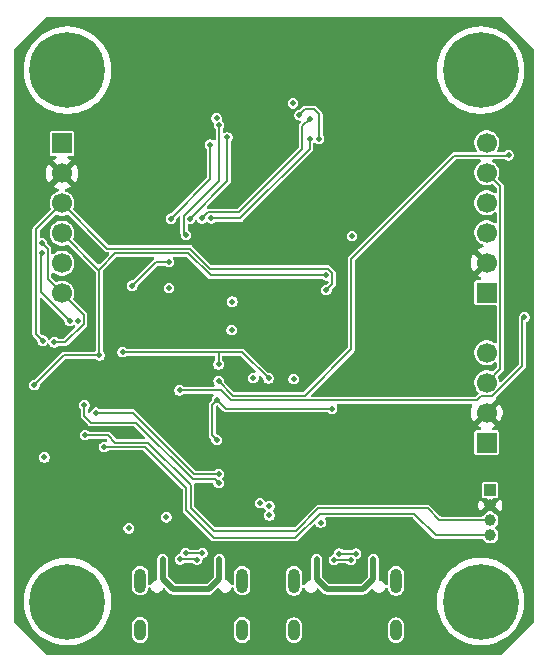
<source format=gbr>
%TF.GenerationSoftware,KiCad,Pcbnew,9.0.5-9.0.5~ubuntu24.04.1*%
%TF.CreationDate,2025-10-15T00:30:22+05:00*%
%TF.ProjectId,AH4,4148342e-6b69-4636-9164-5f7063625858,rev?*%
%TF.SameCoordinates,Original*%
%TF.FileFunction,Copper,L4,Bot*%
%TF.FilePolarity,Positive*%
%FSLAX46Y46*%
G04 Gerber Fmt 4.6, Leading zero omitted, Abs format (unit mm)*
G04 Created by KiCad (PCBNEW 9.0.5-9.0.5~ubuntu24.04.1) date 2025-10-15 00:30:22*
%MOMM*%
%LPD*%
G01*
G04 APERTURE LIST*
%TA.AperFunction,ComponentPad*%
%ADD10R,1.000000X1.000000*%
%TD*%
%TA.AperFunction,ComponentPad*%
%ADD11C,1.000000*%
%TD*%
%TA.AperFunction,HeatsinkPad*%
%ADD12O,1.000000X2.100000*%
%TD*%
%TA.AperFunction,HeatsinkPad*%
%ADD13O,1.000000X1.800000*%
%TD*%
%TA.AperFunction,ComponentPad*%
%ADD14C,0.800000*%
%TD*%
%TA.AperFunction,ComponentPad*%
%ADD15C,6.400000*%
%TD*%
%TA.AperFunction,ComponentPad*%
%ADD16R,1.700000X1.700000*%
%TD*%
%TA.AperFunction,ComponentPad*%
%ADD17C,1.700000*%
%TD*%
%TA.AperFunction,ViaPad*%
%ADD18C,0.500000*%
%TD*%
%TA.AperFunction,Conductor*%
%ADD19C,0.200000*%
%TD*%
%TA.AperFunction,Conductor*%
%ADD20C,0.500000*%
%TD*%
G04 APERTURE END LIST*
D10*
%TO.P,J6,1,Pin_1*%
%TO.N,VDD*%
X229800000Y-105560000D03*
D11*
%TO.P,J6,2,Pin_2*%
%TO.N,GND*%
X229800000Y-106830000D03*
%TO.P,J6,3,Pin_3*%
%TO.N,/SWD*%
X229800000Y-108100000D03*
%TO.P,J6,4,Pin_4*%
%TO.N,/SWC*%
X229800000Y-109370000D03*
%TD*%
D12*
%TO.P,J2,S1,SHIELD*%
%TO.N,unconnected-(J2-SHIELD-PadS1)_2*%
X213180000Y-113235000D03*
D13*
%TO.N,unconnected-(J2-SHIELD-PadS1)_1*%
X213180000Y-117415000D03*
D12*
%TO.N,unconnected-(J2-SHIELD-PadS1)*%
X221820000Y-113235000D03*
D13*
%TO.N,unconnected-(J2-SHIELD-PadS1)_3*%
X221820000Y-117415000D03*
%TD*%
D12*
%TO.P,J1,S1,SHIELD*%
%TO.N,unconnected-(J1-SHIELD-PadS1)*%
X200160000Y-113220000D03*
D13*
%TO.N,unconnected-(J1-SHIELD-PadS1)_2*%
X200160000Y-117400000D03*
D12*
%TO.N,unconnected-(J1-SHIELD-PadS1)_1*%
X208800000Y-113220000D03*
D13*
%TO.N,unconnected-(J1-SHIELD-PadS1)_3*%
X208800000Y-117400000D03*
%TD*%
D14*
%TO.P,H3,1*%
%TO.N,N/C*%
X191600000Y-115000000D03*
X192302944Y-113302944D03*
X192302944Y-116697056D03*
X194000000Y-112600000D03*
D15*
X194000000Y-115000000D03*
D14*
X194000000Y-117400000D03*
X195697056Y-113302944D03*
X195697056Y-116697056D03*
X196400000Y-115000000D03*
%TD*%
D16*
%TO.P,J5,1,Pin_1*%
%TO.N,VDD*%
X193548000Y-76200000D03*
D17*
%TO.P,J5,2,Pin_2*%
%TO.N,GND*%
X193548000Y-78740000D03*
%TO.P,J5,3,Pin_3*%
%TO.N,/AP_SCK*%
X193548000Y-81280000D03*
%TO.P,J5,4,Pin_4*%
%TO.N,/AP_MOSI*%
X193548000Y-83820000D03*
%TO.P,J5,5,Pin_5*%
%TO.N,/AP_MISO*%
X193548000Y-86360000D03*
%TO.P,J5,6,Pin_6*%
%TO.N,/~{AP_CS}*%
X193548000Y-88900000D03*
%TD*%
D14*
%TO.P,H1,1*%
%TO.N,N/C*%
X191600000Y-70000000D03*
X192302944Y-68302944D03*
X192302944Y-71697056D03*
X194000000Y-67600000D03*
D15*
X194000000Y-70000000D03*
D14*
X194000000Y-72400000D03*
X195697056Y-68302944D03*
X195697056Y-71697056D03*
X196400000Y-70000000D03*
%TD*%
D16*
%TO.P,J4,1,Pin_1*%
%TO.N,VDD*%
X229500000Y-88840000D03*
D17*
%TO.P,J4,2,Pin_2*%
%TO.N,GND*%
X229500000Y-86300000D03*
%TO.P,J4,3,Pin_3*%
%TO.N,/AUX1_MOSI*%
X229500000Y-83760000D03*
%TO.P,J4,4,Pin_4*%
%TO.N,/AUX1_MISO*%
X229500000Y-81220000D03*
%TO.P,J4,5,Pin_5*%
%TO.N,/AUX1_SCK*%
X229500000Y-78680000D03*
%TO.P,J4,6,Pin_6*%
%TO.N,/~{AUX1_CS}*%
X229500000Y-76140000D03*
%TD*%
D14*
%TO.P,H2,1*%
%TO.N,N/C*%
X226600000Y-70000000D03*
X227302944Y-68302944D03*
X227302944Y-71697056D03*
X229000000Y-67600000D03*
D15*
X229000000Y-70000000D03*
D14*
X229000000Y-72400000D03*
X230697056Y-68302944D03*
X230697056Y-71697056D03*
X231400000Y-70000000D03*
%TD*%
%TO.P,H4,1*%
%TO.N,N/C*%
X226600000Y-115000000D03*
X227302944Y-113302944D03*
X227302944Y-116697056D03*
X229000000Y-112600000D03*
D15*
X229000000Y-115000000D03*
D14*
X229000000Y-117400000D03*
X230697056Y-113302944D03*
X230697056Y-116697056D03*
X231400000Y-115000000D03*
%TD*%
D16*
%TO.P,J3,1,Pin_1*%
%TO.N,VDD*%
X229500000Y-101540000D03*
D17*
%TO.P,J3,2,Pin_2*%
%TO.N,GND*%
X229500000Y-99000000D03*
%TO.P,J3,3,Pin_3*%
%TO.N,/AUX1_SCK*%
X229500000Y-96460000D03*
%TO.P,J3,4,Pin_4*%
%TO.N,/AUX1_MOSI*%
X229500000Y-93920000D03*
%TD*%
D18*
%TO.N,GND*%
X232500000Y-109000000D03*
X232500000Y-111000000D03*
X209740000Y-97010000D03*
X207800000Y-107900000D03*
X201454019Y-66486980D03*
X190500000Y-107500000D03*
X192025000Y-100000000D03*
X220100000Y-90600000D03*
X207600000Y-72250000D03*
X225463137Y-66493346D03*
X209463137Y-66493346D03*
X205900000Y-105250000D03*
X200400000Y-97700000D03*
X205448515Y-66486980D03*
X211500000Y-113225000D03*
X203150000Y-105250000D03*
X206800000Y-95600003D03*
X209900000Y-101000000D03*
X209520000Y-106520000D03*
X213400000Y-107000000D03*
X232350000Y-73850000D03*
X210250000Y-90600000D03*
X197900000Y-88900000D03*
X215000000Y-104000000D03*
X219725000Y-96225000D03*
X215250000Y-93600000D03*
X197651000Y-90300000D03*
X220400000Y-110600000D03*
X213400000Y-107800000D03*
X207000000Y-107900000D03*
X232479439Y-104974995D03*
X200400000Y-95600000D03*
X231700000Y-90900000D03*
X201775000Y-104875000D03*
X202600000Y-87400000D03*
X213458578Y-66477863D03*
X221463052Y-66477863D03*
X219475000Y-108300000D03*
X190500000Y-98500000D03*
X215000000Y-105900000D03*
X219150000Y-103750000D03*
X197500000Y-118500000D03*
X220100000Y-87050000D03*
X232479439Y-106981532D03*
X208300000Y-111600000D03*
X225500000Y-118500000D03*
X190500000Y-74000000D03*
X206100000Y-115000000D03*
X204600000Y-89900000D03*
X210475000Y-117800000D03*
X212500000Y-76700000D03*
X206800000Y-99400000D03*
X196900000Y-96650000D03*
X193250000Y-91550000D03*
X197463137Y-66493346D03*
X190500000Y-101500000D03*
X220100000Y-88800000D03*
X213700000Y-111400000D03*
X205930000Y-84870000D03*
X217453073Y-66477863D03*
X208960000Y-85310000D03*
X216700000Y-115000000D03*
X190500000Y-111000000D03*
X190300000Y-90800000D03*
X215250000Y-92100000D03*
X190500000Y-104500000D03*
X200800000Y-110800000D03*
X200700000Y-111600000D03*
%TO.N,/NRST*%
X206650000Y-101300000D03*
X206700000Y-97900000D03*
X216400000Y-98650000D03*
%TO.N,/SWD*%
X195500000Y-100900000D03*
%TO.N,Net-(U6-EN)*%
X206875000Y-111400000D03*
X215100000Y-111400000D03*
X219900000Y-111400000D03*
X202075000Y-111400000D03*
%TO.N,VDD*%
X194900000Y-91251000D03*
X218100000Y-84050000D03*
X211100000Y-107700000D03*
X202600000Y-88450000D03*
X215450000Y-108300000D03*
X206627866Y-74039132D03*
X207900000Y-92000000D03*
X213100000Y-72800000D03*
X192050000Y-102775000D03*
X211100000Y-106900000D03*
X213150000Y-96150000D03*
X209750000Y-96060000D03*
X207960000Y-89600000D03*
X210300000Y-106650000D03*
X202375000Y-107850000D03*
X199200000Y-108800000D03*
%TO.N,/SWC*%
X197100000Y-101900000D03*
%TO.N,/FSYNC*%
X199500000Y-88250000D03*
X202600000Y-86250000D03*
X206850000Y-74650000D03*
X204050000Y-83950000D03*
%TO.N,/I2CM_LED*%
X203500000Y-97100000D03*
X232700000Y-90900000D03*
%TO.N,/OIS_LED*%
X206800000Y-96300006D03*
X231350000Y-77200000D03*
%TO.N,/AP_LED*%
X191847000Y-85500000D03*
X194200000Y-91200000D03*
%TO.N,/AUX1_SCK*%
X205400000Y-82550000D03*
X214500000Y-74100000D03*
%TO.N,/AUX1_MOSI*%
X214500000Y-75800000D03*
X206200000Y-82550000D03*
%TO.N,/AUX1_MISO*%
X206100000Y-76300000D03*
X202775000Y-82575000D03*
%TO.N,/~{AUX1_CS}*%
X207550000Y-75700000D03*
X204375000Y-82575000D03*
%TO.N,/AP_SCK*%
X191900000Y-92900000D03*
X215925000Y-88625000D03*
%TO.N,/~{AP_CS}*%
X191850000Y-84650000D03*
X192897000Y-93050000D03*
%TO.N,/AP_MOSI*%
X215925000Y-87375000D03*
X196700000Y-94150000D03*
X191200000Y-96650000D03*
%TO.N,/RXD*%
X196430000Y-99010000D03*
X206800000Y-104200000D03*
%TO.N,/TXD*%
X195440000Y-98350000D03*
X206800000Y-104950000D03*
%TO.N,/INT1*%
X213650000Y-73800000D03*
X215300000Y-75800000D03*
%TO.N,/D1+*%
X205425000Y-110900000D03*
X204004065Y-110892933D03*
%TO.N,/D1-*%
X204970935Y-111432067D03*
X203550000Y-111425000D03*
%TO.N,/D2-*%
X216570000Y-111455000D03*
X217990935Y-111462067D03*
%TO.N,/D2+*%
X217024065Y-110922933D03*
X218445000Y-110930000D03*
%TO.N,/BOOT1*%
X198670000Y-93870000D03*
X211030000Y-96100000D03*
X206800000Y-94900000D03*
%TD*%
D19*
%TO.N,GND*%
X211500000Y-116775000D02*
X210475000Y-117800000D01*
X211500000Y-113225000D02*
X211500000Y-116775000D01*
%TO.N,/NRST*%
X206700000Y-97900000D02*
X206249000Y-98351000D01*
X206249000Y-98351000D02*
X206249000Y-100899000D01*
X206249000Y-100899000D02*
X206650000Y-101300000D01*
X207450000Y-98650000D02*
X216400000Y-98650000D01*
X206700000Y-97900000D02*
X207450000Y-98650000D01*
%TO.N,/SWD*%
X200849000Y-101549000D02*
X204450000Y-105150000D01*
X224500000Y-107100000D02*
X225500000Y-108100000D01*
X225500000Y-108100000D02*
X229800000Y-108100000D01*
X206400000Y-109000000D02*
X213350000Y-109000000D01*
X198049000Y-101549000D02*
X200849000Y-101549000D01*
X215250000Y-107100000D02*
X224500000Y-107100000D01*
X195500000Y-100900000D02*
X197400000Y-100900000D01*
X204450000Y-105150000D02*
X204450000Y-107050000D01*
X204450000Y-107050000D02*
X206400000Y-109000000D01*
X213350000Y-109000000D02*
X215250000Y-107100000D01*
X197400000Y-100900000D02*
X198049000Y-101549000D01*
D20*
%TO.N,Net-(U6-EN)*%
X219900000Y-113050000D02*
X219000000Y-113950000D01*
X215100000Y-113050000D02*
X215100000Y-111400000D01*
X206875000Y-111400000D02*
X206875000Y-113050000D01*
X206875000Y-113050000D02*
X205975000Y-113950000D01*
X202075000Y-113050000D02*
X202075000Y-111400000D01*
X219900000Y-111400000D02*
X219900000Y-113050000D01*
X202975000Y-113950000D02*
X202075000Y-113050000D01*
X216000000Y-113950000D02*
X215100000Y-113050000D01*
X205975000Y-113950000D02*
X202975000Y-113950000D01*
X219000000Y-113950000D02*
X216000000Y-113950000D01*
D19*
%TO.N,/SWC*%
X215350000Y-107550000D02*
X213300000Y-109600000D01*
X200600000Y-101900000D02*
X197100000Y-101900000D01*
X206400000Y-109600000D02*
X204050000Y-107250000D01*
X229800000Y-109370000D02*
X225170000Y-109370000D01*
X213300000Y-109600000D02*
X206400000Y-109600000D01*
X204050000Y-105350000D02*
X200600000Y-101900000D01*
X225170000Y-109370000D02*
X223350000Y-107550000D01*
X223350000Y-107550000D02*
X215350000Y-107550000D01*
X204050000Y-107250000D02*
X204050000Y-105350000D01*
%TO.N,/FSYNC*%
X204050000Y-83950000D02*
X203874000Y-83774000D01*
X203874000Y-83774000D02*
X203874000Y-82367479D01*
X199500000Y-88250000D02*
X201500000Y-86250000D01*
X203874000Y-82367479D02*
X206850000Y-79391479D01*
X206850000Y-79391479D02*
X206850000Y-74650000D01*
X201500000Y-86250000D02*
X202600000Y-86250000D01*
%TO.N,/I2CM_LED*%
X228672240Y-97962000D02*
X207894894Y-97962000D01*
X229023240Y-97611000D02*
X228672240Y-97962000D01*
X207032894Y-97100000D02*
X203500000Y-97100000D01*
X207894894Y-97962000D02*
X207032894Y-97100000D01*
X232500000Y-95087760D02*
X229976760Y-97611000D01*
X232700000Y-90900000D02*
X232500000Y-91100000D01*
X232500000Y-91100000D02*
X232500000Y-95087760D01*
X229976760Y-97611000D02*
X229023240Y-97611000D01*
%TO.N,/OIS_LED*%
X208060994Y-97561000D02*
X206800000Y-96300006D01*
X231309000Y-77241000D02*
X226771240Y-77241000D01*
X214139000Y-97561000D02*
X208060994Y-97561000D01*
X218050000Y-85962240D02*
X218050000Y-93650000D01*
X226771240Y-77241000D02*
X218050000Y-85962240D01*
X231350000Y-77200000D02*
X231309000Y-77241000D01*
X218050000Y-93650000D02*
X214139000Y-97561000D01*
%TO.N,/AP_LED*%
X191800000Y-85547000D02*
X191800000Y-88800000D01*
X191847000Y-85500000D02*
X191800000Y-85547000D01*
X191800000Y-88800000D02*
X194200000Y-91200000D01*
%TO.N,/AUX1_SCK*%
X205900000Y-82050000D02*
X208500000Y-82050000D01*
X205400000Y-82550000D02*
X205900000Y-82050000D01*
X230651000Y-79831000D02*
X229500000Y-78680000D01*
X208500000Y-82050000D02*
X213900000Y-76650000D01*
X213900000Y-76650000D02*
X213900000Y-74700000D01*
X229500000Y-96460000D02*
X230651000Y-95309000D01*
X213900000Y-74700000D02*
X214500000Y-74100000D01*
X230651000Y-95309000D02*
X230651000Y-79831000D01*
%TO.N,/AUX1_MOSI*%
X214500000Y-76700000D02*
X208650000Y-82550000D01*
X214500000Y-75800000D02*
X214500000Y-76700000D01*
X208650000Y-82550000D02*
X206200000Y-82550000D01*
%TO.N,/AUX1_MISO*%
X202775000Y-82575000D02*
X206100000Y-79250000D01*
X206100000Y-79250000D02*
X206100000Y-76300000D01*
%TO.N,/~{AUX1_CS}*%
X207550000Y-79400000D02*
X207550000Y-75700000D01*
X204375000Y-82575000D02*
X207550000Y-79400000D01*
%TO.N,/AP_SCK*%
X206096389Y-86800000D02*
X204396389Y-85100000D01*
X216426000Y-88124000D02*
X216426000Y-87167479D01*
X216058521Y-86800000D02*
X206096389Y-86800000D01*
X204396389Y-85100000D02*
X197368000Y-85100000D01*
X197368000Y-85100000D02*
X193548000Y-81280000D01*
X216426000Y-87167479D02*
X216058521Y-86800000D01*
X191346000Y-92346000D02*
X191900000Y-92900000D01*
X191346000Y-83482000D02*
X191346000Y-92346000D01*
X193548000Y-81280000D02*
X191346000Y-83482000D01*
X215925000Y-88625000D02*
X216426000Y-88124000D01*
%TO.N,/~{AP_CS}*%
X195401000Y-90753000D02*
X193548000Y-88900000D01*
X195401000Y-91458521D02*
X195401000Y-90753000D01*
X192897000Y-93050000D02*
X193809521Y-93050000D01*
X191850000Y-84650000D02*
X192348000Y-85148000D01*
X193809521Y-93050000D02*
X195401000Y-91458521D01*
X192348000Y-85148000D02*
X192348000Y-87700000D01*
X192348000Y-87700000D02*
X193548000Y-88900000D01*
%TO.N,/AP_MOSI*%
X206125000Y-87375000D02*
X204250000Y-85500000D01*
X191200000Y-96650000D02*
X193700000Y-94150000D01*
X196700000Y-86972000D02*
X196700000Y-94150000D01*
X193548000Y-83820000D02*
X196700000Y-86972000D01*
X198050000Y-85500000D02*
X196750000Y-86800000D01*
X215925000Y-87375000D02*
X206125000Y-87375000D01*
X204250000Y-85500000D02*
X198050000Y-85500000D01*
X193700000Y-94150000D02*
X196700000Y-94150000D01*
%TO.N,/RXD*%
X196430000Y-99010000D02*
X199530000Y-99010000D01*
X199530000Y-99010000D02*
X204720000Y-104200000D01*
X204720000Y-104200000D02*
X206800000Y-104200000D01*
%TO.N,/TXD*%
X196020768Y-99860000D02*
X199812900Y-99860000D01*
X195440000Y-98350000D02*
X195440000Y-99279232D01*
X204602900Y-104650000D02*
X206500000Y-104650000D01*
X199812900Y-99860000D02*
X204602900Y-104650000D01*
X206500000Y-104650000D02*
X206800000Y-104950000D01*
X195440000Y-99279232D02*
X196020768Y-99860000D01*
%TO.N,/INT1*%
X215300000Y-75800000D02*
X215300000Y-73750000D01*
X214150000Y-73300000D02*
X213650000Y-73800000D01*
X214850000Y-73300000D02*
X214150000Y-73300000D01*
X215300000Y-73750000D02*
X214850000Y-73300000D01*
%TO.N,/D1+*%
X205417933Y-110892933D02*
X205425000Y-110900000D01*
X204004065Y-110892933D02*
X205417933Y-110892933D01*
%TO.N,/D1-*%
X204963868Y-111425000D02*
X204970935Y-111432067D01*
X203550000Y-111425000D02*
X204963868Y-111425000D01*
%TO.N,/D2-*%
X216570000Y-111455000D02*
X217983868Y-111455000D01*
%TO.N,/D2+*%
X217024065Y-110922933D02*
X218437933Y-110922933D01*
%TO.N,/BOOT1*%
X198670000Y-93870000D02*
X206800000Y-93870000D01*
X208800000Y-93870000D02*
X211030000Y-96100000D01*
X206800000Y-93870000D02*
X208800000Y-93870000D01*
X206800000Y-94900000D02*
X206800000Y-93870000D01*
%TD*%
%TA.AperFunction,Conductor*%
%TO.N,GND*%
G36*
X228971302Y-77561185D02*
G01*
X229017057Y-77613989D01*
X229027001Y-77683147D01*
X228997976Y-77746703D01*
X228973155Y-77768600D01*
X228920818Y-77803570D01*
X228830342Y-77864024D01*
X228684024Y-78010342D01*
X228569058Y-78182403D01*
X228489870Y-78373579D01*
X228489868Y-78373587D01*
X228449500Y-78576530D01*
X228449500Y-78783469D01*
X228489868Y-78986412D01*
X228489870Y-78986420D01*
X228569059Y-79177598D01*
X228610754Y-79240000D01*
X228684024Y-79349657D01*
X228830342Y-79495975D01*
X228830345Y-79495977D01*
X229002402Y-79610941D01*
X229193580Y-79690130D01*
X229396530Y-79730499D01*
X229396534Y-79730500D01*
X229396535Y-79730500D01*
X229603466Y-79730500D01*
X229603467Y-79730499D01*
X229806420Y-79690130D01*
X229926974Y-79640194D01*
X229996438Y-79632726D01*
X230058918Y-79664000D01*
X230062104Y-79667075D01*
X230314181Y-79919152D01*
X230347666Y-79980475D01*
X230350500Y-80006833D01*
X230350500Y-80292871D01*
X230330815Y-80359910D01*
X230278011Y-80405665D01*
X230208853Y-80415609D01*
X230157610Y-80395974D01*
X230003303Y-80292871D01*
X229997598Y-80289059D01*
X229806420Y-80209870D01*
X229806412Y-80209868D01*
X229603469Y-80169500D01*
X229603465Y-80169500D01*
X229396535Y-80169500D01*
X229396530Y-80169500D01*
X229193587Y-80209868D01*
X229193579Y-80209870D01*
X229002403Y-80289058D01*
X228830342Y-80404024D01*
X228684024Y-80550342D01*
X228569058Y-80722403D01*
X228489870Y-80913579D01*
X228489868Y-80913587D01*
X228449500Y-81116530D01*
X228449500Y-81323469D01*
X228461435Y-81383469D01*
X228489870Y-81526420D01*
X228569059Y-81717598D01*
X228611276Y-81780781D01*
X228684024Y-81889657D01*
X228830342Y-82035975D01*
X228830345Y-82035977D01*
X229002402Y-82150941D01*
X229193580Y-82230130D01*
X229363857Y-82264000D01*
X229396530Y-82270499D01*
X229396534Y-82270500D01*
X229396535Y-82270500D01*
X229603466Y-82270500D01*
X229603467Y-82270499D01*
X229806420Y-82230130D01*
X229997598Y-82150941D01*
X229997599Y-82150940D01*
X229997600Y-82150940D01*
X230157610Y-82044026D01*
X230224287Y-82023148D01*
X230291667Y-82041633D01*
X230338357Y-82093612D01*
X230350500Y-82147128D01*
X230350500Y-82832871D01*
X230330815Y-82899910D01*
X230278011Y-82945665D01*
X230208853Y-82955609D01*
X230157610Y-82935974D01*
X230003303Y-82832871D01*
X229997598Y-82829059D01*
X229991690Y-82826612D01*
X229806420Y-82749870D01*
X229806412Y-82749868D01*
X229603469Y-82709500D01*
X229603465Y-82709500D01*
X229396535Y-82709500D01*
X229396530Y-82709500D01*
X229193587Y-82749868D01*
X229193579Y-82749870D01*
X229002403Y-82829058D01*
X228830342Y-82944024D01*
X228684024Y-83090342D01*
X228569058Y-83262403D01*
X228489870Y-83453579D01*
X228489868Y-83453587D01*
X228449500Y-83656530D01*
X228449500Y-83863469D01*
X228489868Y-84066412D01*
X228489870Y-84066420D01*
X228564792Y-84247298D01*
X228569059Y-84257598D01*
X228611276Y-84320781D01*
X228684024Y-84429657D01*
X228830342Y-84575975D01*
X229002405Y-84690943D01*
X229105043Y-84733456D01*
X229167108Y-84759164D01*
X229221511Y-84803005D01*
X229243576Y-84869299D01*
X229226297Y-84936998D01*
X229175160Y-84984609D01*
X229157974Y-84991656D01*
X228981781Y-85048905D01*
X228792439Y-85145380D01*
X228738282Y-85184727D01*
X228738282Y-85184728D01*
X229370591Y-85817037D01*
X229307007Y-85834075D01*
X229192993Y-85899901D01*
X229099901Y-85992993D01*
X229034075Y-86107007D01*
X229017037Y-86170591D01*
X228384728Y-85538282D01*
X228384727Y-85538282D01*
X228345380Y-85592439D01*
X228248904Y-85781782D01*
X228183242Y-85983869D01*
X228183242Y-85983872D01*
X228150000Y-86193753D01*
X228150000Y-86406246D01*
X228183242Y-86616127D01*
X228183242Y-86616130D01*
X228248904Y-86818217D01*
X228345375Y-87007550D01*
X228384728Y-87061716D01*
X229017037Y-86429408D01*
X229034075Y-86492993D01*
X229099901Y-86607007D01*
X229192993Y-86700099D01*
X229307007Y-86765925D01*
X229370589Y-86782962D01*
X228738282Y-87415269D01*
X228738282Y-87415270D01*
X228792449Y-87454624D01*
X228986121Y-87553306D01*
X228985603Y-87554321D01*
X229035808Y-87594779D01*
X229057873Y-87661073D01*
X229040594Y-87728772D01*
X228989458Y-87776383D01*
X228933952Y-87789500D01*
X228630247Y-87789500D01*
X228571770Y-87801131D01*
X228571769Y-87801132D01*
X228505447Y-87845447D01*
X228461132Y-87911769D01*
X228461131Y-87911770D01*
X228449500Y-87970247D01*
X228449500Y-89709752D01*
X228461131Y-89768229D01*
X228461132Y-89768230D01*
X228505447Y-89834552D01*
X228571769Y-89878867D01*
X228571770Y-89878868D01*
X228630247Y-89890499D01*
X228630250Y-89890500D01*
X228630252Y-89890500D01*
X230226500Y-89890500D01*
X230293539Y-89910185D01*
X230339294Y-89962989D01*
X230350500Y-90014500D01*
X230350500Y-92992871D01*
X230330815Y-93059910D01*
X230278011Y-93105665D01*
X230208853Y-93115609D01*
X230157610Y-93095974D01*
X230000040Y-92990691D01*
X229997598Y-92989059D01*
X229925768Y-92959306D01*
X229806420Y-92909870D01*
X229806412Y-92909868D01*
X229603469Y-92869500D01*
X229603465Y-92869500D01*
X229396535Y-92869500D01*
X229396530Y-92869500D01*
X229193587Y-92909868D01*
X229193579Y-92909870D01*
X229002403Y-92989058D01*
X228830342Y-93104024D01*
X228684024Y-93250342D01*
X228569058Y-93422403D01*
X228489870Y-93613579D01*
X228489868Y-93613587D01*
X228449500Y-93816530D01*
X228449500Y-94023469D01*
X228489868Y-94226412D01*
X228489870Y-94226420D01*
X228569058Y-94417596D01*
X228684024Y-94589657D01*
X228830342Y-94735975D01*
X228830345Y-94735977D01*
X229002402Y-94850941D01*
X229193580Y-94930130D01*
X229340259Y-94959306D01*
X229396530Y-94970499D01*
X229396534Y-94970500D01*
X229396535Y-94970500D01*
X229603466Y-94970500D01*
X229603467Y-94970499D01*
X229806420Y-94930130D01*
X229997598Y-94850941D01*
X229997599Y-94850940D01*
X229997600Y-94850940D01*
X230157610Y-94744026D01*
X230224287Y-94723148D01*
X230291667Y-94741633D01*
X230338357Y-94793612D01*
X230350500Y-94847128D01*
X230350500Y-95133166D01*
X230330815Y-95200205D01*
X230314181Y-95220847D01*
X230062104Y-95472923D01*
X230000781Y-95506408D01*
X229931089Y-95501424D01*
X229926971Y-95499803D01*
X229806424Y-95449871D01*
X229806412Y-95449868D01*
X229603469Y-95409500D01*
X229603465Y-95409500D01*
X229396535Y-95409500D01*
X229396530Y-95409500D01*
X229193587Y-95449868D01*
X229193579Y-95449870D01*
X229002403Y-95529058D01*
X228830342Y-95644024D01*
X228684024Y-95790342D01*
X228569058Y-95962403D01*
X228489870Y-96153579D01*
X228489868Y-96153587D01*
X228449500Y-96356530D01*
X228449500Y-96563469D01*
X228489868Y-96766412D01*
X228489870Y-96766420D01*
X228556224Y-96926613D01*
X228569059Y-96957598D01*
X228624580Y-97040691D01*
X228684024Y-97129657D01*
X228794137Y-97239770D01*
X228827622Y-97301093D01*
X228822638Y-97370785D01*
X228794137Y-97415132D01*
X228584088Y-97625181D01*
X228522765Y-97658666D01*
X228496407Y-97661500D01*
X214762833Y-97661500D01*
X214695794Y-97641815D01*
X214650039Y-97589011D01*
X214640095Y-97519853D01*
X214669120Y-97456297D01*
X214675152Y-97449819D01*
X218290457Y-93834514D01*
X218290460Y-93834511D01*
X218304212Y-93810691D01*
X218330021Y-93765989D01*
X218350500Y-93689562D01*
X218350500Y-86138073D01*
X218370185Y-86071034D01*
X218386819Y-86050392D01*
X226859392Y-77577819D01*
X226920715Y-77544334D01*
X226947073Y-77541500D01*
X228904263Y-77541500D01*
X228971302Y-77561185D01*
G37*
%TD.AperFunction*%
%TA.AperFunction,Conductor*%
G36*
X191851703Y-89277120D02*
G01*
X191858181Y-89283152D01*
X193713181Y-91138152D01*
X193746666Y-91199475D01*
X193749500Y-91225833D01*
X193749500Y-91259309D01*
X193780201Y-91373886D01*
X193839511Y-91476613D01*
X193923387Y-91560489D01*
X194026114Y-91619799D01*
X194140691Y-91650500D01*
X194140694Y-91650500D01*
X194259306Y-91650500D01*
X194259309Y-91650500D01*
X194373886Y-91619799D01*
X194454930Y-91573007D01*
X194480408Y-91566825D01*
X194504714Y-91556997D01*
X194513820Y-91558719D01*
X194522828Y-91556534D01*
X194547604Y-91565108D01*
X194573366Y-91569981D01*
X194583966Y-91577693D01*
X194588855Y-91579385D01*
X194602187Y-91590354D01*
X194603410Y-91591512D01*
X194623387Y-91611489D01*
X194626258Y-91613147D01*
X194633962Y-91620441D01*
X194648427Y-91645295D01*
X194665392Y-91668526D01*
X194665785Y-91675120D01*
X194669107Y-91680828D01*
X194667838Y-91709558D01*
X194669551Y-91738272D01*
X194666313Y-91744118D01*
X194666026Y-91750629D01*
X194650708Y-91772298D01*
X194636386Y-91798162D01*
X193721369Y-92713181D01*
X193660046Y-92746666D01*
X193633688Y-92749500D01*
X193284964Y-92749500D01*
X193217925Y-92729815D01*
X193197283Y-92713181D01*
X193173615Y-92689513D01*
X193173613Y-92689511D01*
X193070886Y-92630201D01*
X192956309Y-92599500D01*
X192837691Y-92599500D01*
X192723114Y-92630201D01*
X192723112Y-92630201D01*
X192723112Y-92630202D01*
X192620387Y-92689511D01*
X192620384Y-92689513D01*
X192530764Y-92779134D01*
X192529262Y-92777632D01*
X192481896Y-92812204D01*
X192412149Y-92816346D01*
X192351236Y-92782121D01*
X192323487Y-92733377D01*
X192322907Y-92733618D01*
X192320990Y-92728991D01*
X192320195Y-92727594D01*
X192319799Y-92726114D01*
X192260489Y-92623387D01*
X192176613Y-92539511D01*
X192073886Y-92480201D01*
X191959309Y-92449500D01*
X191959306Y-92449500D01*
X191925833Y-92449500D01*
X191896392Y-92440855D01*
X191866406Y-92434332D01*
X191861390Y-92430577D01*
X191858794Y-92429815D01*
X191838152Y-92413181D01*
X191682819Y-92257848D01*
X191649334Y-92196525D01*
X191646500Y-92170167D01*
X191646500Y-89370833D01*
X191666185Y-89303794D01*
X191718989Y-89258039D01*
X191788147Y-89248095D01*
X191851703Y-89277120D01*
G37*
%TD.AperFunction*%
%TA.AperFunction,Conductor*%
G36*
X230808363Y-65520185D02*
G01*
X230829005Y-65536819D01*
X233463181Y-68170995D01*
X233496666Y-68232318D01*
X233499500Y-68258676D01*
X233499500Y-116741324D01*
X233479815Y-116808363D01*
X233463181Y-116829005D01*
X230829005Y-119463181D01*
X230767682Y-119496666D01*
X230741324Y-119499500D01*
X192258676Y-119499500D01*
X192191637Y-119479815D01*
X192170995Y-119463181D01*
X189536819Y-116829005D01*
X189503334Y-116767682D01*
X189500500Y-116741324D01*
X189500500Y-114818209D01*
X190299500Y-114818209D01*
X190299500Y-115181790D01*
X190335137Y-115543630D01*
X190406064Y-115900212D01*
X190406067Y-115900223D01*
X190511614Y-116248165D01*
X190650754Y-116584078D01*
X190650756Y-116584083D01*
X190822140Y-116904720D01*
X190822151Y-116904738D01*
X191024140Y-117207035D01*
X191024150Y-117207049D01*
X191254807Y-117488106D01*
X191511893Y-117745192D01*
X191511898Y-117745196D01*
X191511899Y-117745197D01*
X191792956Y-117975854D01*
X192095268Y-118177853D01*
X192095277Y-118177858D01*
X192095279Y-118177859D01*
X192415916Y-118349243D01*
X192415918Y-118349243D01*
X192415924Y-118349247D01*
X192751836Y-118488386D01*
X193099767Y-118593930D01*
X193099773Y-118593931D01*
X193099776Y-118593932D01*
X193099787Y-118593935D01*
X193456369Y-118664862D01*
X193818206Y-118700500D01*
X193818209Y-118700500D01*
X194181791Y-118700500D01*
X194181794Y-118700500D01*
X194543631Y-118664862D01*
X194613045Y-118651054D01*
X194900212Y-118593935D01*
X194900223Y-118593932D01*
X194900223Y-118593931D01*
X194900233Y-118593930D01*
X195248164Y-118488386D01*
X195584076Y-118349247D01*
X195904732Y-118177853D01*
X196207044Y-117975854D01*
X196337252Y-117868995D01*
X199459499Y-117868995D01*
X199486418Y-118004322D01*
X199486421Y-118004332D01*
X199539221Y-118131804D01*
X199539228Y-118131817D01*
X199615885Y-118246541D01*
X199615888Y-118246545D01*
X199713454Y-118344111D01*
X199713458Y-118344114D01*
X199828182Y-118420771D01*
X199828195Y-118420778D01*
X199955667Y-118473578D01*
X199955672Y-118473580D01*
X199955676Y-118473580D01*
X199955677Y-118473581D01*
X200091004Y-118500500D01*
X200091007Y-118500500D01*
X200228995Y-118500500D01*
X200320041Y-118482389D01*
X200364328Y-118473580D01*
X200491811Y-118420775D01*
X200606542Y-118344114D01*
X200704114Y-118246542D01*
X200780775Y-118131811D01*
X200833580Y-118004328D01*
X200857516Y-117883995D01*
X200860500Y-117868995D01*
X208099499Y-117868995D01*
X208126418Y-118004322D01*
X208126421Y-118004332D01*
X208179221Y-118131804D01*
X208179228Y-118131817D01*
X208255885Y-118246541D01*
X208255888Y-118246545D01*
X208353454Y-118344111D01*
X208353458Y-118344114D01*
X208468182Y-118420771D01*
X208468195Y-118420778D01*
X208595667Y-118473578D01*
X208595672Y-118473580D01*
X208595676Y-118473580D01*
X208595677Y-118473581D01*
X208731004Y-118500500D01*
X208731007Y-118500500D01*
X208868995Y-118500500D01*
X208960041Y-118482389D01*
X209004328Y-118473580D01*
X209131811Y-118420775D01*
X209246542Y-118344114D01*
X209344114Y-118246542D01*
X209420775Y-118131811D01*
X209473580Y-118004328D01*
X209497516Y-117883995D01*
X212479499Y-117883995D01*
X212506418Y-118019322D01*
X212506421Y-118019332D01*
X212559221Y-118146804D01*
X212559228Y-118146817D01*
X212635885Y-118261541D01*
X212635888Y-118261545D01*
X212733454Y-118359111D01*
X212733458Y-118359114D01*
X212848182Y-118435771D01*
X212848195Y-118435778D01*
X212975667Y-118488578D01*
X212975672Y-118488580D01*
X212975676Y-118488580D01*
X212975677Y-118488581D01*
X213111004Y-118515500D01*
X213111007Y-118515500D01*
X213248995Y-118515500D01*
X213340041Y-118497389D01*
X213384328Y-118488580D01*
X213511811Y-118435775D01*
X213626542Y-118359114D01*
X213724114Y-118261542D01*
X213800775Y-118146811D01*
X213853580Y-118019328D01*
X213880500Y-117883995D01*
X221119499Y-117883995D01*
X221146418Y-118019322D01*
X221146421Y-118019332D01*
X221199221Y-118146804D01*
X221199228Y-118146817D01*
X221275885Y-118261541D01*
X221275888Y-118261545D01*
X221373454Y-118359111D01*
X221373458Y-118359114D01*
X221488182Y-118435771D01*
X221488195Y-118435778D01*
X221615667Y-118488578D01*
X221615672Y-118488580D01*
X221615676Y-118488580D01*
X221615677Y-118488581D01*
X221751004Y-118515500D01*
X221751007Y-118515500D01*
X221888995Y-118515500D01*
X221980041Y-118497389D01*
X222024328Y-118488580D01*
X222151811Y-118435775D01*
X222266542Y-118359114D01*
X222364114Y-118261542D01*
X222440775Y-118146811D01*
X222493580Y-118019328D01*
X222520500Y-117883993D01*
X222520500Y-116946007D01*
X222520500Y-116946004D01*
X222493581Y-116810677D01*
X222493580Y-116810676D01*
X222493580Y-116810672D01*
X222475773Y-116767682D01*
X222440778Y-116683195D01*
X222440771Y-116683182D01*
X222364114Y-116568458D01*
X222364111Y-116568454D01*
X222266545Y-116470888D01*
X222266541Y-116470885D01*
X222151817Y-116394228D01*
X222151804Y-116394221D01*
X222024332Y-116341421D01*
X222024322Y-116341418D01*
X221888995Y-116314500D01*
X221888993Y-116314500D01*
X221751007Y-116314500D01*
X221751005Y-116314500D01*
X221615677Y-116341418D01*
X221615667Y-116341421D01*
X221488195Y-116394221D01*
X221488182Y-116394228D01*
X221373458Y-116470885D01*
X221373454Y-116470888D01*
X221275888Y-116568454D01*
X221275885Y-116568458D01*
X221199228Y-116683182D01*
X221199221Y-116683195D01*
X221146421Y-116810667D01*
X221146418Y-116810677D01*
X221119500Y-116946004D01*
X221119500Y-116946007D01*
X221119500Y-117883993D01*
X221119500Y-117883995D01*
X221119499Y-117883995D01*
X213880500Y-117883995D01*
X213880500Y-117883993D01*
X213880500Y-116946007D01*
X213880500Y-116946004D01*
X213853581Y-116810677D01*
X213853580Y-116810676D01*
X213853580Y-116810672D01*
X213835773Y-116767682D01*
X213800778Y-116683195D01*
X213800771Y-116683182D01*
X213724114Y-116568458D01*
X213724111Y-116568454D01*
X213626545Y-116470888D01*
X213626541Y-116470885D01*
X213511817Y-116394228D01*
X213511804Y-116394221D01*
X213384332Y-116341421D01*
X213384322Y-116341418D01*
X213248995Y-116314500D01*
X213248993Y-116314500D01*
X213111007Y-116314500D01*
X213111005Y-116314500D01*
X212975677Y-116341418D01*
X212975667Y-116341421D01*
X212848195Y-116394221D01*
X212848182Y-116394228D01*
X212733458Y-116470885D01*
X212733454Y-116470888D01*
X212635888Y-116568454D01*
X212635885Y-116568458D01*
X212559228Y-116683182D01*
X212559221Y-116683195D01*
X212506421Y-116810667D01*
X212506418Y-116810677D01*
X212479500Y-116946004D01*
X212479500Y-116946007D01*
X212479500Y-117883993D01*
X212479500Y-117883995D01*
X212479499Y-117883995D01*
X209497516Y-117883995D01*
X209500500Y-117868995D01*
X209500500Y-116931004D01*
X209473581Y-116795677D01*
X209473580Y-116795676D01*
X209473580Y-116795672D01*
X209461986Y-116767682D01*
X209420778Y-116668195D01*
X209420771Y-116668182D01*
X209344114Y-116553458D01*
X209344111Y-116553454D01*
X209246545Y-116455888D01*
X209246541Y-116455885D01*
X209131817Y-116379228D01*
X209131804Y-116379221D01*
X209004332Y-116326421D01*
X209004322Y-116326418D01*
X208868995Y-116299500D01*
X208868993Y-116299500D01*
X208731007Y-116299500D01*
X208731005Y-116299500D01*
X208595677Y-116326418D01*
X208595667Y-116326421D01*
X208468195Y-116379221D01*
X208468182Y-116379228D01*
X208353458Y-116455885D01*
X208353454Y-116455888D01*
X208255888Y-116553454D01*
X208255885Y-116553458D01*
X208179228Y-116668182D01*
X208179221Y-116668195D01*
X208126421Y-116795667D01*
X208126418Y-116795677D01*
X208099500Y-116931004D01*
X208099500Y-116931007D01*
X208099500Y-117868993D01*
X208099500Y-117868995D01*
X208099499Y-117868995D01*
X200860500Y-117868995D01*
X200860500Y-116931004D01*
X200833581Y-116795677D01*
X200833580Y-116795676D01*
X200833580Y-116795672D01*
X200821986Y-116767682D01*
X200780778Y-116668195D01*
X200780771Y-116668182D01*
X200704114Y-116553458D01*
X200704111Y-116553454D01*
X200606545Y-116455888D01*
X200606541Y-116455885D01*
X200491817Y-116379228D01*
X200491804Y-116379221D01*
X200364332Y-116326421D01*
X200364322Y-116326418D01*
X200228995Y-116299500D01*
X200228993Y-116299500D01*
X200091007Y-116299500D01*
X200091005Y-116299500D01*
X199955677Y-116326418D01*
X199955667Y-116326421D01*
X199828195Y-116379221D01*
X199828182Y-116379228D01*
X199713458Y-116455885D01*
X199713454Y-116455888D01*
X199615888Y-116553454D01*
X199615885Y-116553458D01*
X199539228Y-116668182D01*
X199539221Y-116668195D01*
X199486421Y-116795667D01*
X199486418Y-116795677D01*
X199459500Y-116931004D01*
X199459500Y-116931007D01*
X199459500Y-117868993D01*
X199459500Y-117868995D01*
X199459499Y-117868995D01*
X196337252Y-117868995D01*
X196488101Y-117745197D01*
X196745197Y-117488101D01*
X196975854Y-117207044D01*
X197177853Y-116904732D01*
X197228127Y-116810677D01*
X197296274Y-116683182D01*
X197349247Y-116584076D01*
X197488386Y-116248164D01*
X197593930Y-115900233D01*
X197593932Y-115900223D01*
X197593935Y-115900212D01*
X197664862Y-115543630D01*
X197700500Y-115181790D01*
X197700500Y-114818209D01*
X225299500Y-114818209D01*
X225299500Y-115181790D01*
X225335137Y-115543630D01*
X225406064Y-115900212D01*
X225406067Y-115900223D01*
X225511614Y-116248165D01*
X225650754Y-116584078D01*
X225650756Y-116584083D01*
X225822140Y-116904720D01*
X225822151Y-116904738D01*
X226024140Y-117207035D01*
X226024150Y-117207049D01*
X226254807Y-117488106D01*
X226511893Y-117745192D01*
X226511898Y-117745196D01*
X226511899Y-117745197D01*
X226792956Y-117975854D01*
X227095268Y-118177853D01*
X227095277Y-118177858D01*
X227095279Y-118177859D01*
X227415916Y-118349243D01*
X227415918Y-118349243D01*
X227415924Y-118349247D01*
X227751836Y-118488386D01*
X228099767Y-118593930D01*
X228099773Y-118593931D01*
X228099776Y-118593932D01*
X228099787Y-118593935D01*
X228456369Y-118664862D01*
X228818206Y-118700500D01*
X228818209Y-118700500D01*
X229181791Y-118700500D01*
X229181794Y-118700500D01*
X229543631Y-118664862D01*
X229613045Y-118651054D01*
X229900212Y-118593935D01*
X229900223Y-118593932D01*
X229900223Y-118593931D01*
X229900233Y-118593930D01*
X230248164Y-118488386D01*
X230584076Y-118349247D01*
X230904732Y-118177853D01*
X231207044Y-117975854D01*
X231488101Y-117745197D01*
X231745197Y-117488101D01*
X231975854Y-117207044D01*
X232177853Y-116904732D01*
X232349247Y-116584076D01*
X232488386Y-116248164D01*
X232593930Y-115900233D01*
X232593932Y-115900223D01*
X232593935Y-115900212D01*
X232664862Y-115543630D01*
X232700500Y-115181790D01*
X232700500Y-114818209D01*
X232664862Y-114456369D01*
X232593935Y-114099787D01*
X232593932Y-114099776D01*
X232593931Y-114099773D01*
X232593930Y-114099767D01*
X232488386Y-113751836D01*
X232349247Y-113415924D01*
X232341283Y-113401025D01*
X232177859Y-113095279D01*
X232177858Y-113095277D01*
X232177853Y-113095268D01*
X231975854Y-112792956D01*
X231745197Y-112511899D01*
X231745196Y-112511898D01*
X231745192Y-112511893D01*
X231488106Y-112254807D01*
X231207049Y-112024150D01*
X231207048Y-112024149D01*
X231207044Y-112024146D01*
X230983528Y-111874797D01*
X230904738Y-111822151D01*
X230904737Y-111822150D01*
X230904732Y-111822147D01*
X230904727Y-111822144D01*
X230904720Y-111822140D01*
X230584083Y-111650756D01*
X230584078Y-111650754D01*
X230548345Y-111635953D01*
X230458858Y-111598886D01*
X230248165Y-111511614D01*
X229900223Y-111406067D01*
X229900212Y-111406064D01*
X229543630Y-111335137D01*
X229271111Y-111308296D01*
X229181794Y-111299500D01*
X228818206Y-111299500D01*
X228735679Y-111307628D01*
X228456369Y-111335137D01*
X228099787Y-111406064D01*
X228099776Y-111406067D01*
X227751834Y-111511614D01*
X227415921Y-111650754D01*
X227415916Y-111650756D01*
X227095279Y-111822140D01*
X227095261Y-111822151D01*
X226792964Y-112024140D01*
X226792950Y-112024150D01*
X226511893Y-112254807D01*
X226254807Y-112511893D01*
X226024150Y-112792950D01*
X226024140Y-112792964D01*
X225822151Y-113095261D01*
X225822140Y-113095279D01*
X225650756Y-113415916D01*
X225650754Y-113415921D01*
X225511614Y-113751834D01*
X225406067Y-114099776D01*
X225406064Y-114099787D01*
X225335137Y-114456369D01*
X225299500Y-114818209D01*
X197700500Y-114818209D01*
X197664862Y-114456369D01*
X197593935Y-114099787D01*
X197593932Y-114099776D01*
X197593931Y-114099773D01*
X197593930Y-114099767D01*
X197514825Y-113838995D01*
X199459499Y-113838995D01*
X199486418Y-113974322D01*
X199486421Y-113974332D01*
X199539221Y-114101804D01*
X199539228Y-114101817D01*
X199615885Y-114216541D01*
X199615888Y-114216545D01*
X199713454Y-114314111D01*
X199713458Y-114314114D01*
X199828182Y-114390771D01*
X199828195Y-114390778D01*
X199955667Y-114443578D01*
X199955672Y-114443580D01*
X199955676Y-114443580D01*
X199955677Y-114443581D01*
X200091004Y-114470500D01*
X200091007Y-114470500D01*
X200228995Y-114470500D01*
X200320041Y-114452389D01*
X200364328Y-114443580D01*
X200491811Y-114390775D01*
X200606542Y-114314114D01*
X200704114Y-114216542D01*
X200780775Y-114101811D01*
X200833580Y-113974328D01*
X200851999Y-113881725D01*
X200884383Y-113819817D01*
X200945098Y-113785243D01*
X201014868Y-113788982D01*
X201071540Y-113829848D01*
X201093390Y-113873824D01*
X201105901Y-113920515D01*
X201105906Y-113920526D01*
X201174291Y-114038974D01*
X201174295Y-114038979D01*
X201174296Y-114038981D01*
X201271019Y-114135704D01*
X201271021Y-114135705D01*
X201271025Y-114135708D01*
X201389473Y-114204093D01*
X201389480Y-114204097D01*
X201521606Y-114239500D01*
X201521608Y-114239500D01*
X201658392Y-114239500D01*
X201658394Y-114239500D01*
X201790520Y-114204097D01*
X201908981Y-114135704D01*
X202005704Y-114038981D01*
X202034371Y-113989328D01*
X202078161Y-113913482D01*
X202080807Y-113915010D01*
X202115489Y-113871921D01*
X202181770Y-113849817D01*
X202249480Y-113867056D01*
X202273951Y-113886054D01*
X202698386Y-114310489D01*
X202801113Y-114369799D01*
X202825321Y-114376284D01*
X202825324Y-114376286D01*
X202825325Y-114376286D01*
X202855447Y-114384357D01*
X202915691Y-114400500D01*
X202915693Y-114400500D01*
X206034308Y-114400500D01*
X206034309Y-114400500D01*
X206124673Y-114376286D01*
X206148887Y-114369799D01*
X206251614Y-114310489D01*
X206683121Y-113878981D01*
X206744442Y-113845498D01*
X206814133Y-113850482D01*
X206870067Y-113892353D01*
X206885362Y-113919213D01*
X206885905Y-113920526D01*
X206954291Y-114038974D01*
X206954295Y-114038979D01*
X206954296Y-114038981D01*
X207051019Y-114135704D01*
X207051021Y-114135705D01*
X207051025Y-114135708D01*
X207169473Y-114204093D01*
X207169480Y-114204097D01*
X207301606Y-114239500D01*
X207301608Y-114239500D01*
X207438392Y-114239500D01*
X207438394Y-114239500D01*
X207570520Y-114204097D01*
X207688981Y-114135704D01*
X207785704Y-114038981D01*
X207854097Y-113920520D01*
X207866609Y-113873824D01*
X207902973Y-113814165D01*
X207965819Y-113783636D01*
X208035195Y-113791930D01*
X208089073Y-113836416D01*
X208108000Y-113881728D01*
X208126418Y-113974320D01*
X208126421Y-113974332D01*
X208179221Y-114101804D01*
X208179228Y-114101817D01*
X208255885Y-114216541D01*
X208255888Y-114216545D01*
X208353454Y-114314111D01*
X208353458Y-114314114D01*
X208468182Y-114390771D01*
X208468195Y-114390778D01*
X208595667Y-114443578D01*
X208595672Y-114443580D01*
X208595676Y-114443580D01*
X208595677Y-114443581D01*
X208731004Y-114470500D01*
X208731007Y-114470500D01*
X208868995Y-114470500D01*
X208960041Y-114452389D01*
X209004328Y-114443580D01*
X209131811Y-114390775D01*
X209246542Y-114314114D01*
X209344114Y-114216542D01*
X209420775Y-114101811D01*
X209473580Y-113974328D01*
X209491999Y-113881729D01*
X209497516Y-113853995D01*
X212479499Y-113853995D01*
X212506418Y-113989322D01*
X212506421Y-113989332D01*
X212559221Y-114116804D01*
X212559228Y-114116817D01*
X212635885Y-114231541D01*
X212635888Y-114231545D01*
X212733454Y-114329111D01*
X212733458Y-114329114D01*
X212848182Y-114405771D01*
X212848195Y-114405778D01*
X212939461Y-114443581D01*
X212975672Y-114458580D01*
X212975676Y-114458580D01*
X212975677Y-114458581D01*
X213111004Y-114485500D01*
X213111007Y-114485500D01*
X213248995Y-114485500D01*
X213340041Y-114467389D01*
X213384328Y-114458580D01*
X213511811Y-114405775D01*
X213626542Y-114329114D01*
X213724114Y-114231542D01*
X213800775Y-114116811D01*
X213853580Y-113989328D01*
X213871999Y-113896725D01*
X213904383Y-113834817D01*
X213965098Y-113800243D01*
X214034868Y-113803982D01*
X214091540Y-113844848D01*
X214113390Y-113888824D01*
X214125901Y-113935515D01*
X214125906Y-113935526D01*
X214194291Y-114053974D01*
X214194295Y-114053979D01*
X214194296Y-114053981D01*
X214291019Y-114150704D01*
X214291021Y-114150705D01*
X214291025Y-114150708D01*
X214405060Y-114216545D01*
X214409480Y-114219097D01*
X214541606Y-114254500D01*
X214541608Y-114254500D01*
X214678392Y-114254500D01*
X214678394Y-114254500D01*
X214810520Y-114219097D01*
X214928981Y-114150704D01*
X215025704Y-114053981D01*
X215094097Y-113935520D01*
X215094099Y-113935509D01*
X215097206Y-113928013D01*
X215100256Y-113929276D01*
X215128602Y-113882753D01*
X215191444Y-113852213D01*
X215260821Y-113860496D01*
X215299709Y-113886812D01*
X215723386Y-114310489D01*
X215826113Y-114369799D01*
X215850321Y-114376284D01*
X215850324Y-114376286D01*
X215850325Y-114376286D01*
X215880447Y-114384357D01*
X215940691Y-114400500D01*
X215940693Y-114400500D01*
X219059308Y-114400500D01*
X219059309Y-114400500D01*
X219149673Y-114376286D01*
X219173887Y-114369799D01*
X219276614Y-114310489D01*
X219700292Y-113886810D01*
X219761613Y-113853327D01*
X219831304Y-113858311D01*
X219887238Y-113900182D01*
X219901109Y-113928710D01*
X219902794Y-113928013D01*
X219905902Y-113935516D01*
X219905903Y-113935520D01*
X219905904Y-113935523D01*
X219905906Y-113935526D01*
X219974291Y-114053974D01*
X219974295Y-114053979D01*
X219974296Y-114053981D01*
X220071019Y-114150704D01*
X220071021Y-114150705D01*
X220071025Y-114150708D01*
X220185060Y-114216545D01*
X220189480Y-114219097D01*
X220321606Y-114254500D01*
X220321608Y-114254500D01*
X220458392Y-114254500D01*
X220458394Y-114254500D01*
X220590520Y-114219097D01*
X220708981Y-114150704D01*
X220805704Y-114053981D01*
X220874097Y-113935520D01*
X220886609Y-113888824D01*
X220922973Y-113829165D01*
X220985819Y-113798636D01*
X221055195Y-113806930D01*
X221109073Y-113851416D01*
X221128000Y-113896728D01*
X221146418Y-113989320D01*
X221146421Y-113989332D01*
X221199221Y-114116804D01*
X221199228Y-114116817D01*
X221275885Y-114231541D01*
X221275888Y-114231545D01*
X221373454Y-114329111D01*
X221373458Y-114329114D01*
X221488182Y-114405771D01*
X221488195Y-114405778D01*
X221579461Y-114443581D01*
X221615672Y-114458580D01*
X221615676Y-114458580D01*
X221615677Y-114458581D01*
X221751004Y-114485500D01*
X221751007Y-114485500D01*
X221888995Y-114485500D01*
X221980041Y-114467389D01*
X222024328Y-114458580D01*
X222151811Y-114405775D01*
X222266542Y-114329114D01*
X222364114Y-114231542D01*
X222440775Y-114116811D01*
X222493580Y-113989328D01*
X222508667Y-113913482D01*
X222520500Y-113853995D01*
X222520500Y-112616004D01*
X222493581Y-112480677D01*
X222493580Y-112480676D01*
X222493580Y-112480672D01*
X222487365Y-112465667D01*
X222440778Y-112353195D01*
X222440771Y-112353182D01*
X222364114Y-112238458D01*
X222364111Y-112238454D01*
X222266545Y-112140888D01*
X222266541Y-112140885D01*
X222151817Y-112064228D01*
X222151804Y-112064221D01*
X222024332Y-112011421D01*
X222024322Y-112011418D01*
X221888995Y-111984500D01*
X221888993Y-111984500D01*
X221751007Y-111984500D01*
X221751005Y-111984500D01*
X221615677Y-112011418D01*
X221615667Y-112011421D01*
X221488195Y-112064221D01*
X221488182Y-112064228D01*
X221373458Y-112140885D01*
X221373454Y-112140888D01*
X221275888Y-112238454D01*
X221275885Y-112238458D01*
X221199228Y-112353182D01*
X221199221Y-112353195D01*
X221146421Y-112480667D01*
X221146418Y-112480677D01*
X221119500Y-112616004D01*
X221119500Y-113508464D01*
X221099815Y-113575503D01*
X221047011Y-113621258D01*
X220977853Y-113631202D01*
X220914297Y-113602177D01*
X220876523Y-113543399D01*
X220875737Y-113540603D01*
X220874097Y-113534480D01*
X220859077Y-113508464D01*
X220805708Y-113416025D01*
X220805702Y-113416017D01*
X220708982Y-113319297D01*
X220708974Y-113319291D01*
X220590526Y-113250906D01*
X220590522Y-113250904D01*
X220590520Y-113250903D01*
X220458394Y-113215500D01*
X220458390Y-113215499D01*
X220458304Y-113215488D01*
X220458236Y-113215458D01*
X220450544Y-113213397D01*
X220450865Y-113212196D01*
X220394410Y-113187215D01*
X220355944Y-113128888D01*
X220350500Y-113092550D01*
X220350500Y-111340693D01*
X220350500Y-111340691D01*
X220319799Y-111226114D01*
X220260489Y-111123387D01*
X220176613Y-111039511D01*
X220073886Y-110980201D01*
X219959309Y-110949500D01*
X219840691Y-110949500D01*
X219726114Y-110980201D01*
X219726112Y-110980201D01*
X219726112Y-110980202D01*
X219623387Y-111039511D01*
X219623384Y-111039513D01*
X219539513Y-111123384D01*
X219539511Y-111123387D01*
X219491461Y-111206612D01*
X219480201Y-111226114D01*
X219449500Y-111340691D01*
X219449500Y-111340693D01*
X219449500Y-112812035D01*
X219429815Y-112879074D01*
X219413181Y-112899716D01*
X218849716Y-113463181D01*
X218788393Y-113496666D01*
X218762035Y-113499500D01*
X216237965Y-113499500D01*
X216170926Y-113479815D01*
X216150284Y-113463181D01*
X215586819Y-112899716D01*
X215553334Y-112838393D01*
X215550500Y-112812035D01*
X215550500Y-111395691D01*
X216119500Y-111395691D01*
X216119500Y-111514309D01*
X216150201Y-111628886D01*
X216209511Y-111731613D01*
X216293387Y-111815489D01*
X216396114Y-111874799D01*
X216510691Y-111905500D01*
X216510694Y-111905500D01*
X216629306Y-111905500D01*
X216629309Y-111905500D01*
X216743886Y-111874799D01*
X216846613Y-111815489D01*
X216870283Y-111791819D01*
X216931606Y-111758334D01*
X216957964Y-111755500D01*
X217595904Y-111755500D01*
X217662943Y-111775185D01*
X217683585Y-111791819D01*
X217714322Y-111822556D01*
X217817049Y-111881866D01*
X217931626Y-111912567D01*
X217931629Y-111912567D01*
X218050241Y-111912567D01*
X218050244Y-111912567D01*
X218164821Y-111881866D01*
X218267548Y-111822556D01*
X218351424Y-111738680D01*
X218410734Y-111635953D01*
X218441435Y-111521376D01*
X218441435Y-111492495D01*
X218461120Y-111425456D01*
X218513924Y-111379701D01*
X218533335Y-111372722D01*
X218618886Y-111349799D01*
X218721613Y-111290489D01*
X218805489Y-111206613D01*
X218864799Y-111103886D01*
X218895500Y-110989309D01*
X218895500Y-110870691D01*
X218864799Y-110756114D01*
X218805489Y-110653387D01*
X218721613Y-110569511D01*
X218618886Y-110510201D01*
X218504309Y-110479500D01*
X218385691Y-110479500D01*
X218271114Y-110510201D01*
X218271112Y-110510201D01*
X218271112Y-110510202D01*
X218168387Y-110569511D01*
X218168384Y-110569513D01*
X218151784Y-110586114D01*
X218090461Y-110619599D01*
X218064103Y-110622433D01*
X217412029Y-110622433D01*
X217344990Y-110602748D01*
X217324348Y-110586114D01*
X217300680Y-110562446D01*
X217300678Y-110562444D01*
X217197951Y-110503134D01*
X217083374Y-110472433D01*
X216964756Y-110472433D01*
X216850179Y-110503134D01*
X216850177Y-110503134D01*
X216850177Y-110503135D01*
X216747452Y-110562444D01*
X216747449Y-110562446D01*
X216663578Y-110646317D01*
X216663576Y-110646320D01*
X216604266Y-110749047D01*
X216573565Y-110863624D01*
X216573565Y-110863626D01*
X216573565Y-110892504D01*
X216553880Y-110959543D01*
X216501076Y-111005298D01*
X216481661Y-111012278D01*
X216396114Y-111035201D01*
X216396113Y-111035201D01*
X216396111Y-111035202D01*
X216293387Y-111094511D01*
X216293384Y-111094513D01*
X216209513Y-111178384D01*
X216209511Y-111178387D01*
X216162110Y-111260488D01*
X216150201Y-111281114D01*
X216119500Y-111395691D01*
X215550500Y-111395691D01*
X215550500Y-111340693D01*
X215550500Y-111340691D01*
X215519799Y-111226114D01*
X215460489Y-111123387D01*
X215376613Y-111039511D01*
X215273886Y-110980201D01*
X215159309Y-110949500D01*
X215040691Y-110949500D01*
X214926114Y-110980201D01*
X214926112Y-110980201D01*
X214926112Y-110980202D01*
X214823387Y-111039511D01*
X214823384Y-111039513D01*
X214739513Y-111123384D01*
X214739511Y-111123387D01*
X214691461Y-111206612D01*
X214680201Y-111226114D01*
X214649500Y-111340691D01*
X214649500Y-111340693D01*
X214649500Y-113092550D01*
X214629815Y-113159589D01*
X214577011Y-113205344D01*
X214549421Y-113213268D01*
X214549456Y-113213397D01*
X214542303Y-113215313D01*
X214541696Y-113215488D01*
X214541609Y-113215499D01*
X214409480Y-113250903D01*
X214409473Y-113250906D01*
X214291025Y-113319291D01*
X214291017Y-113319297D01*
X214194297Y-113416017D01*
X214194291Y-113416025D01*
X214125906Y-113534473D01*
X214125903Y-113534478D01*
X214125129Y-113537365D01*
X214124273Y-113540559D01*
X214087910Y-113600218D01*
X214025063Y-113630747D01*
X213955687Y-113622452D01*
X213901809Y-113577967D01*
X213880535Y-113511415D01*
X213880500Y-113508464D01*
X213880500Y-112616004D01*
X213853581Y-112480677D01*
X213853580Y-112480676D01*
X213853580Y-112480672D01*
X213847365Y-112465667D01*
X213800778Y-112353195D01*
X213800771Y-112353182D01*
X213724114Y-112238458D01*
X213724111Y-112238454D01*
X213626545Y-112140888D01*
X213626541Y-112140885D01*
X213511817Y-112064228D01*
X213511804Y-112064221D01*
X213384332Y-112011421D01*
X213384322Y-112011418D01*
X213248995Y-111984500D01*
X213248993Y-111984500D01*
X213111007Y-111984500D01*
X213111005Y-111984500D01*
X212975677Y-112011418D01*
X212975667Y-112011421D01*
X212848195Y-112064221D01*
X212848182Y-112064228D01*
X212733458Y-112140885D01*
X212733454Y-112140888D01*
X212635888Y-112238454D01*
X212635885Y-112238458D01*
X212559228Y-112353182D01*
X212559221Y-112353195D01*
X212506421Y-112480667D01*
X212506418Y-112480677D01*
X212479500Y-112616004D01*
X212479500Y-112616007D01*
X212479500Y-113853993D01*
X212479500Y-113853995D01*
X212479499Y-113853995D01*
X209497516Y-113853995D01*
X209500500Y-113838995D01*
X209500500Y-112601004D01*
X209473581Y-112465677D01*
X209473580Y-112465676D01*
X209473580Y-112465672D01*
X209426991Y-112353195D01*
X209420778Y-112338195D01*
X209420771Y-112338182D01*
X209344114Y-112223458D01*
X209344111Y-112223454D01*
X209246545Y-112125888D01*
X209246541Y-112125885D01*
X209131817Y-112049228D01*
X209131804Y-112049221D01*
X209004332Y-111996421D01*
X209004322Y-111996418D01*
X208868995Y-111969500D01*
X208868993Y-111969500D01*
X208731007Y-111969500D01*
X208731005Y-111969500D01*
X208595677Y-111996418D01*
X208595667Y-111996421D01*
X208468195Y-112049221D01*
X208468182Y-112049228D01*
X208353458Y-112125885D01*
X208353454Y-112125888D01*
X208255888Y-112223454D01*
X208255885Y-112223458D01*
X208179228Y-112338182D01*
X208179221Y-112338195D01*
X208126421Y-112465667D01*
X208126418Y-112465677D01*
X208099500Y-112601004D01*
X208099500Y-113493464D01*
X208079815Y-113560503D01*
X208027011Y-113606258D01*
X207957853Y-113616202D01*
X207894297Y-113587177D01*
X207856523Y-113528399D01*
X207855737Y-113525603D01*
X207854097Y-113519480D01*
X207842562Y-113499500D01*
X207785708Y-113401025D01*
X207785702Y-113401017D01*
X207688982Y-113304297D01*
X207688974Y-113304291D01*
X207570526Y-113235906D01*
X207570522Y-113235904D01*
X207570520Y-113235903D01*
X207438394Y-113200500D01*
X207433310Y-113199831D01*
X207369415Y-113171562D01*
X207330946Y-113113236D01*
X207325500Y-113076892D01*
X207325500Y-111340693D01*
X207325500Y-111340691D01*
X207294799Y-111226114D01*
X207235489Y-111123387D01*
X207151613Y-111039511D01*
X207048886Y-110980201D01*
X206934309Y-110949500D01*
X206815691Y-110949500D01*
X206701114Y-110980201D01*
X206701112Y-110980201D01*
X206701112Y-110980202D01*
X206598387Y-111039511D01*
X206598384Y-111039513D01*
X206514513Y-111123384D01*
X206514511Y-111123387D01*
X206466461Y-111206612D01*
X206455201Y-111226114D01*
X206424500Y-111340691D01*
X206424500Y-111340693D01*
X206424500Y-112812035D01*
X206404815Y-112879074D01*
X206388181Y-112899716D01*
X205824716Y-113463181D01*
X205763393Y-113496666D01*
X205737035Y-113499500D01*
X203212965Y-113499500D01*
X203145926Y-113479815D01*
X203125284Y-113463181D01*
X202561819Y-112899716D01*
X202528334Y-112838393D01*
X202525500Y-112812035D01*
X202525500Y-111365691D01*
X203099500Y-111365691D01*
X203099500Y-111484309D01*
X203130201Y-111598886D01*
X203189511Y-111701613D01*
X203273387Y-111785489D01*
X203376114Y-111844799D01*
X203490691Y-111875500D01*
X203490694Y-111875500D01*
X203609306Y-111875500D01*
X203609309Y-111875500D01*
X203723886Y-111844799D01*
X203826613Y-111785489D01*
X203850283Y-111761819D01*
X203911606Y-111728334D01*
X203937964Y-111725500D01*
X204575904Y-111725500D01*
X204642943Y-111745185D01*
X204663585Y-111761819D01*
X204694322Y-111792556D01*
X204797049Y-111851866D01*
X204911626Y-111882567D01*
X204911629Y-111882567D01*
X205030241Y-111882567D01*
X205030244Y-111882567D01*
X205144821Y-111851866D01*
X205247548Y-111792556D01*
X205331424Y-111708680D01*
X205390734Y-111605953D01*
X205421435Y-111491376D01*
X205421435Y-111462495D01*
X205441120Y-111395456D01*
X205493924Y-111349701D01*
X205513335Y-111342722D01*
X205598886Y-111319799D01*
X205701613Y-111260489D01*
X205785489Y-111176613D01*
X205844799Y-111073886D01*
X205875500Y-110959309D01*
X205875500Y-110840691D01*
X205844799Y-110726114D01*
X205785489Y-110623387D01*
X205701613Y-110539511D01*
X205598886Y-110480201D01*
X205484309Y-110449500D01*
X205365691Y-110449500D01*
X205251114Y-110480201D01*
X205251112Y-110480201D01*
X205251112Y-110480202D01*
X205148387Y-110539511D01*
X205148384Y-110539513D01*
X205131784Y-110556114D01*
X205070461Y-110589599D01*
X205044103Y-110592433D01*
X204392029Y-110592433D01*
X204324990Y-110572748D01*
X204304348Y-110556114D01*
X204280680Y-110532446D01*
X204280678Y-110532444D01*
X204177951Y-110473134D01*
X204063374Y-110442433D01*
X203944756Y-110442433D01*
X203830179Y-110473134D01*
X203830177Y-110473134D01*
X203830177Y-110473135D01*
X203727452Y-110532444D01*
X203727449Y-110532446D01*
X203643578Y-110616317D01*
X203643576Y-110616320D01*
X203584266Y-110719047D01*
X203553565Y-110833624D01*
X203553565Y-110833626D01*
X203553565Y-110862504D01*
X203533880Y-110929543D01*
X203481076Y-110975298D01*
X203461661Y-110982278D01*
X203376114Y-111005201D01*
X203376113Y-111005201D01*
X203376111Y-111005202D01*
X203273387Y-111064511D01*
X203273384Y-111064513D01*
X203189513Y-111148384D01*
X203189511Y-111148387D01*
X203130201Y-111251114D01*
X203099500Y-111365691D01*
X202525500Y-111365691D01*
X202525500Y-111340693D01*
X202525500Y-111340691D01*
X202494799Y-111226114D01*
X202435489Y-111123387D01*
X202351613Y-111039511D01*
X202248886Y-110980201D01*
X202134309Y-110949500D01*
X202015691Y-110949500D01*
X201901114Y-110980201D01*
X201901112Y-110980201D01*
X201901112Y-110980202D01*
X201798387Y-111039511D01*
X201798384Y-111039513D01*
X201714513Y-111123384D01*
X201714511Y-111123387D01*
X201666461Y-111206612D01*
X201655201Y-111226114D01*
X201624500Y-111340691D01*
X201624500Y-111340693D01*
X201624500Y-113078208D01*
X201604815Y-113145247D01*
X201552011Y-113191002D01*
X201529228Y-113197548D01*
X201529456Y-113198397D01*
X201521607Y-113200500D01*
X201521606Y-113200500D01*
X201389480Y-113235903D01*
X201389473Y-113235906D01*
X201271025Y-113304291D01*
X201271017Y-113304297D01*
X201174297Y-113401017D01*
X201174291Y-113401025D01*
X201105906Y-113519473D01*
X201105903Y-113519478D01*
X201105129Y-113522365D01*
X201104273Y-113525559D01*
X201067910Y-113585218D01*
X201005063Y-113615747D01*
X200935687Y-113607452D01*
X200881809Y-113562967D01*
X200860535Y-113496415D01*
X200860500Y-113493464D01*
X200860500Y-112601004D01*
X200833581Y-112465677D01*
X200833580Y-112465676D01*
X200833580Y-112465672D01*
X200786991Y-112353195D01*
X200780778Y-112338195D01*
X200780771Y-112338182D01*
X200704114Y-112223458D01*
X200704111Y-112223454D01*
X200606545Y-112125888D01*
X200606541Y-112125885D01*
X200491817Y-112049228D01*
X200491804Y-112049221D01*
X200364332Y-111996421D01*
X200364322Y-111996418D01*
X200228995Y-111969500D01*
X200228993Y-111969500D01*
X200091007Y-111969500D01*
X200091005Y-111969500D01*
X199955677Y-111996418D01*
X199955667Y-111996421D01*
X199828195Y-112049221D01*
X199828182Y-112049228D01*
X199713458Y-112125885D01*
X199713454Y-112125888D01*
X199615888Y-112223454D01*
X199615885Y-112223458D01*
X199539228Y-112338182D01*
X199539221Y-112338195D01*
X199486421Y-112465667D01*
X199486418Y-112465677D01*
X199459500Y-112601004D01*
X199459500Y-112601007D01*
X199459500Y-113838993D01*
X199459500Y-113838995D01*
X199459499Y-113838995D01*
X197514825Y-113838995D01*
X197488386Y-113751836D01*
X197349247Y-113415924D01*
X197341283Y-113401025D01*
X197177859Y-113095279D01*
X197177858Y-113095277D01*
X197177853Y-113095268D01*
X196975854Y-112792956D01*
X196745197Y-112511899D01*
X196745196Y-112511898D01*
X196745192Y-112511893D01*
X196488106Y-112254807D01*
X196207049Y-112024150D01*
X196207048Y-112024149D01*
X196207044Y-112024146D01*
X195983528Y-111874797D01*
X195904738Y-111822151D01*
X195904737Y-111822150D01*
X195904732Y-111822147D01*
X195904727Y-111822144D01*
X195904720Y-111822140D01*
X195584083Y-111650756D01*
X195584078Y-111650754D01*
X195548345Y-111635953D01*
X195458858Y-111598886D01*
X195248165Y-111511614D01*
X194900223Y-111406067D01*
X194900212Y-111406064D01*
X194543630Y-111335137D01*
X194271111Y-111308296D01*
X194181794Y-111299500D01*
X193818206Y-111299500D01*
X193735679Y-111307628D01*
X193456369Y-111335137D01*
X193099787Y-111406064D01*
X193099776Y-111406067D01*
X192751834Y-111511614D01*
X192415921Y-111650754D01*
X192415916Y-111650756D01*
X192095279Y-111822140D01*
X192095261Y-111822151D01*
X191792964Y-112024140D01*
X191792950Y-112024150D01*
X191511893Y-112254807D01*
X191254807Y-112511893D01*
X191024150Y-112792950D01*
X191024140Y-112792964D01*
X190822151Y-113095261D01*
X190822140Y-113095279D01*
X190650756Y-113415916D01*
X190650754Y-113415921D01*
X190511614Y-113751834D01*
X190406067Y-114099776D01*
X190406064Y-114099787D01*
X190335137Y-114456369D01*
X190299500Y-114818209D01*
X189500500Y-114818209D01*
X189500500Y-108740691D01*
X198749500Y-108740691D01*
X198749500Y-108859309D01*
X198780201Y-108973886D01*
X198839511Y-109076613D01*
X198923387Y-109160489D01*
X199026114Y-109219799D01*
X199140691Y-109250500D01*
X199140694Y-109250500D01*
X199259306Y-109250500D01*
X199259309Y-109250500D01*
X199373886Y-109219799D01*
X199476613Y-109160489D01*
X199560489Y-109076613D01*
X199619799Y-108973886D01*
X199650500Y-108859309D01*
X199650500Y-108740691D01*
X199619799Y-108626114D01*
X199560489Y-108523387D01*
X199476613Y-108439511D01*
X199373886Y-108380201D01*
X199259309Y-108349500D01*
X199140691Y-108349500D01*
X199026114Y-108380201D01*
X199026112Y-108380201D01*
X199026112Y-108380202D01*
X198923387Y-108439511D01*
X198923384Y-108439513D01*
X198839513Y-108523384D01*
X198839511Y-108523387D01*
X198808780Y-108576615D01*
X198780201Y-108626114D01*
X198749500Y-108740691D01*
X189500500Y-108740691D01*
X189500500Y-107790691D01*
X201924500Y-107790691D01*
X201924500Y-107909309D01*
X201955201Y-108023886D01*
X202014511Y-108126613D01*
X202098387Y-108210489D01*
X202201114Y-108269799D01*
X202315691Y-108300500D01*
X202315694Y-108300500D01*
X202434306Y-108300500D01*
X202434309Y-108300500D01*
X202548886Y-108269799D01*
X202651613Y-108210489D01*
X202735489Y-108126613D01*
X202794799Y-108023886D01*
X202825500Y-107909309D01*
X202825500Y-107790691D01*
X202794799Y-107676114D01*
X202735489Y-107573387D01*
X202651613Y-107489511D01*
X202548886Y-107430201D01*
X202434309Y-107399500D01*
X202315691Y-107399500D01*
X202201114Y-107430201D01*
X202201112Y-107430201D01*
X202201112Y-107430202D01*
X202098387Y-107489511D01*
X202098384Y-107489513D01*
X202014513Y-107573384D01*
X202014511Y-107573387D01*
X201968282Y-107653458D01*
X201955201Y-107676114D01*
X201924500Y-107790691D01*
X189500500Y-107790691D01*
X189500500Y-102715691D01*
X191599500Y-102715691D01*
X191599500Y-102834309D01*
X191630201Y-102948886D01*
X191689511Y-103051613D01*
X191773387Y-103135489D01*
X191876114Y-103194799D01*
X191990691Y-103225500D01*
X191990694Y-103225500D01*
X192109306Y-103225500D01*
X192109309Y-103225500D01*
X192223886Y-103194799D01*
X192326613Y-103135489D01*
X192410489Y-103051613D01*
X192469799Y-102948886D01*
X192500500Y-102834309D01*
X192500500Y-102715691D01*
X192469799Y-102601114D01*
X192410489Y-102498387D01*
X192326613Y-102414511D01*
X192223886Y-102355201D01*
X192109309Y-102324500D01*
X191990691Y-102324500D01*
X191876114Y-102355201D01*
X191876112Y-102355201D01*
X191876112Y-102355202D01*
X191773387Y-102414511D01*
X191773384Y-102414513D01*
X191689513Y-102498384D01*
X191689511Y-102498387D01*
X191636330Y-102590499D01*
X191630201Y-102601114D01*
X191599500Y-102715691D01*
X189500500Y-102715691D01*
X189500500Y-98290691D01*
X194989500Y-98290691D01*
X194989500Y-98409309D01*
X195020201Y-98523886D01*
X195079511Y-98626613D01*
X195079513Y-98626615D01*
X195103181Y-98650283D01*
X195136666Y-98711606D01*
X195139500Y-98737964D01*
X195139500Y-99318794D01*
X195159979Y-99395221D01*
X195179943Y-99429799D01*
X195199540Y-99463743D01*
X195780308Y-100044511D01*
X195836257Y-100100460D01*
X195836259Y-100100461D01*
X195836263Y-100100464D01*
X195904772Y-100140017D01*
X195904779Y-100140021D01*
X195981206Y-100160500D01*
X196060330Y-100160500D01*
X199637067Y-100160500D01*
X199704106Y-100180185D01*
X199724748Y-100196819D01*
X200564748Y-101036819D01*
X200598233Y-101098142D01*
X200593249Y-101167834D01*
X200551377Y-101223767D01*
X200485913Y-101248184D01*
X200477067Y-101248500D01*
X198224833Y-101248500D01*
X198157794Y-101228815D01*
X198137152Y-101212181D01*
X197584513Y-100659541D01*
X197582774Y-100658537D01*
X197582774Y-100658536D01*
X197515989Y-100619979D01*
X197515990Y-100619979D01*
X197485353Y-100611770D01*
X197439562Y-100599500D01*
X197439560Y-100599500D01*
X195887964Y-100599500D01*
X195820925Y-100579815D01*
X195800283Y-100563181D01*
X195776615Y-100539513D01*
X195776613Y-100539511D01*
X195673886Y-100480201D01*
X195559309Y-100449500D01*
X195440691Y-100449500D01*
X195326114Y-100480201D01*
X195326112Y-100480201D01*
X195326112Y-100480202D01*
X195223387Y-100539511D01*
X195223384Y-100539513D01*
X195139513Y-100623384D01*
X195139511Y-100623387D01*
X195119218Y-100658536D01*
X195080201Y-100726114D01*
X195049500Y-100840691D01*
X195049500Y-100959309D01*
X195080201Y-101073886D01*
X195139511Y-101176613D01*
X195223387Y-101260489D01*
X195326114Y-101319799D01*
X195440691Y-101350500D01*
X195440694Y-101350500D01*
X195559306Y-101350500D01*
X195559309Y-101350500D01*
X195673886Y-101319799D01*
X195776613Y-101260489D01*
X195800283Y-101236819D01*
X195861606Y-101203334D01*
X195887964Y-101200500D01*
X197224167Y-101200500D01*
X197291206Y-101220185D01*
X197311848Y-101236819D01*
X197330978Y-101255949D01*
X197364463Y-101317272D01*
X197359479Y-101386964D01*
X197317607Y-101442897D01*
X197252143Y-101467314D01*
X197211205Y-101463405D01*
X197159310Y-101449500D01*
X197159309Y-101449500D01*
X197040691Y-101449500D01*
X196926114Y-101480201D01*
X196926112Y-101480201D01*
X196926112Y-101480202D01*
X196823387Y-101539511D01*
X196823384Y-101539513D01*
X196739513Y-101623384D01*
X196739511Y-101623387D01*
X196718091Y-101660488D01*
X196680201Y-101726114D01*
X196649500Y-101840691D01*
X196649500Y-101959309D01*
X196680201Y-102073886D01*
X196739511Y-102176613D01*
X196823387Y-102260489D01*
X196926114Y-102319799D01*
X197040691Y-102350500D01*
X197040694Y-102350500D01*
X197159306Y-102350500D01*
X197159309Y-102350500D01*
X197273886Y-102319799D01*
X197376613Y-102260489D01*
X197400283Y-102236819D01*
X197461606Y-102203334D01*
X197487964Y-102200500D01*
X200424167Y-102200500D01*
X200491206Y-102220185D01*
X200511848Y-102236819D01*
X203713181Y-105438152D01*
X203746666Y-105499475D01*
X203749500Y-105525833D01*
X203749500Y-107289562D01*
X203753282Y-107303675D01*
X203769979Y-107365990D01*
X203789902Y-107400496D01*
X203789903Y-107400499D01*
X203809537Y-107434507D01*
X203809539Y-107434510D01*
X203809540Y-107434511D01*
X206159540Y-109784511D01*
X206215489Y-109840460D01*
X206215491Y-109840461D01*
X206215495Y-109840464D01*
X206284004Y-109880017D01*
X206284011Y-109880021D01*
X206360438Y-109900500D01*
X206360440Y-109900500D01*
X213339560Y-109900500D01*
X213339562Y-109900500D01*
X213415989Y-109880021D01*
X213484511Y-109840460D01*
X213540460Y-109784511D01*
X214850373Y-108474597D01*
X214911694Y-108441114D01*
X214981386Y-108446098D01*
X215037319Y-108487970D01*
X215045439Y-108500279D01*
X215089511Y-108576613D01*
X215173387Y-108660489D01*
X215276114Y-108719799D01*
X215390691Y-108750500D01*
X215390694Y-108750500D01*
X215509306Y-108750500D01*
X215509309Y-108750500D01*
X215623886Y-108719799D01*
X215726613Y-108660489D01*
X215810489Y-108576613D01*
X215869799Y-108473886D01*
X215900500Y-108359309D01*
X215900500Y-108240691D01*
X215869799Y-108126114D01*
X215818059Y-108036499D01*
X215801587Y-107968601D01*
X215824439Y-107902574D01*
X215879360Y-107859383D01*
X215925447Y-107850500D01*
X223174167Y-107850500D01*
X223241206Y-107870185D01*
X223261848Y-107886819D01*
X224985489Y-109610460D01*
X225054012Y-109650022D01*
X225130438Y-109670500D01*
X225209562Y-109670500D01*
X229092024Y-109670500D01*
X229159063Y-109690185D01*
X229195126Y-109725609D01*
X229255885Y-109816541D01*
X229255888Y-109816545D01*
X229353454Y-109914111D01*
X229353458Y-109914114D01*
X229468182Y-109990771D01*
X229468195Y-109990778D01*
X229595667Y-110043578D01*
X229595672Y-110043580D01*
X229595676Y-110043580D01*
X229595677Y-110043581D01*
X229731004Y-110070500D01*
X229731007Y-110070500D01*
X229868995Y-110070500D01*
X229960041Y-110052389D01*
X230004328Y-110043580D01*
X230131811Y-109990775D01*
X230246542Y-109914114D01*
X230344114Y-109816542D01*
X230420775Y-109701811D01*
X230473580Y-109574328D01*
X230500500Y-109438993D01*
X230500500Y-109301007D01*
X230500500Y-109301004D01*
X230473581Y-109165677D01*
X230473580Y-109165676D01*
X230473580Y-109165672D01*
X230436691Y-109076613D01*
X230420778Y-109038195D01*
X230420771Y-109038182D01*
X230344114Y-108923458D01*
X230344111Y-108923454D01*
X230243338Y-108822681D01*
X230209853Y-108761358D01*
X230214837Y-108691666D01*
X230243338Y-108647319D01*
X230344111Y-108546545D01*
X230344114Y-108546542D01*
X230420775Y-108431811D01*
X230473580Y-108304328D01*
X230492246Y-108210488D01*
X230500500Y-108168995D01*
X230500500Y-108031004D01*
X230473581Y-107895677D01*
X230473580Y-107895676D01*
X230473580Y-107895672D01*
X230467172Y-107880201D01*
X230420778Y-107768195D01*
X230420771Y-107768182D01*
X230344114Y-107653458D01*
X230344111Y-107653454D01*
X230246545Y-107555888D01*
X230246537Y-107555882D01*
X230131813Y-107479226D01*
X230131812Y-107479225D01*
X230092902Y-107463108D01*
X230052675Y-107436228D01*
X229800001Y-107183553D01*
X229547322Y-107436230D01*
X229507097Y-107463108D01*
X229468185Y-107479226D01*
X229353462Y-107555882D01*
X229353454Y-107555888D01*
X229255888Y-107653454D01*
X229255885Y-107653458D01*
X229195126Y-107744391D01*
X229141514Y-107789196D01*
X229092024Y-107799500D01*
X225675833Y-107799500D01*
X225608794Y-107779815D01*
X225588152Y-107763181D01*
X224684512Y-106859541D01*
X224684511Y-106859540D01*
X224651863Y-106840691D01*
X224651863Y-106840690D01*
X224651858Y-106840688D01*
X224638204Y-106832804D01*
X224638202Y-106832804D01*
X224633345Y-106830000D01*
X224615989Y-106819979D01*
X224539562Y-106799500D01*
X215289562Y-106799500D01*
X215210438Y-106799500D01*
X215134010Y-106819978D01*
X215065489Y-106859540D01*
X215065486Y-106859542D01*
X213261848Y-108663181D01*
X213200525Y-108696666D01*
X213174167Y-108699500D01*
X206575833Y-108699500D01*
X206508794Y-108679815D01*
X206488152Y-108663181D01*
X204786819Y-106961848D01*
X204753334Y-106900525D01*
X204750500Y-106874167D01*
X204750500Y-106590691D01*
X209849500Y-106590691D01*
X209849500Y-106709309D01*
X209880201Y-106823886D01*
X209939511Y-106926613D01*
X210023387Y-107010489D01*
X210126114Y-107069799D01*
X210240691Y-107100500D01*
X210240694Y-107100500D01*
X210359306Y-107100500D01*
X210359309Y-107100500D01*
X210473886Y-107069799D01*
X210519465Y-107043483D01*
X210522467Y-107042755D01*
X210524706Y-107040623D01*
X210556192Y-107034572D01*
X210587362Y-107027010D01*
X210590284Y-107028021D01*
X210593320Y-107027438D01*
X210623078Y-107039370D01*
X210653390Y-107049861D01*
X210656165Y-107052638D01*
X210658170Y-107053442D01*
X210665965Y-107062443D01*
X210682512Y-107078999D01*
X210685916Y-107083785D01*
X210739511Y-107176613D01*
X210782562Y-107219664D01*
X210788583Y-107228129D01*
X210796736Y-107251729D01*
X210808702Y-107273642D01*
X210807948Y-107284180D01*
X210811399Y-107294168D01*
X210805499Y-107318429D01*
X210803718Y-107343334D01*
X210796840Y-107354035D01*
X210794889Y-107362059D01*
X210786625Y-107369929D01*
X210775217Y-107387681D01*
X210739513Y-107423384D01*
X210739511Y-107423387D01*
X210680201Y-107526114D01*
X210649500Y-107640691D01*
X210649500Y-107759309D01*
X210680201Y-107873886D01*
X210739511Y-107976613D01*
X210823387Y-108060489D01*
X210926114Y-108119799D01*
X211040691Y-108150500D01*
X211040694Y-108150500D01*
X211159306Y-108150500D01*
X211159309Y-108150500D01*
X211273886Y-108119799D01*
X211376613Y-108060489D01*
X211460489Y-107976613D01*
X211519799Y-107873886D01*
X211550500Y-107759309D01*
X211550500Y-107640691D01*
X211519799Y-107526114D01*
X211460489Y-107423387D01*
X211424783Y-107387681D01*
X211391298Y-107326358D01*
X211396282Y-107256666D01*
X211424783Y-107212319D01*
X211460489Y-107176613D01*
X211519799Y-107073886D01*
X211550500Y-106959309D01*
X211550500Y-106840691D01*
X211521243Y-106731504D01*
X228800000Y-106731504D01*
X228800000Y-106928495D01*
X228838427Y-107121681D01*
X228838430Y-107121693D01*
X228913808Y-107303673D01*
X228913809Y-107303675D01*
X228937425Y-107339019D01*
X229446446Y-106830000D01*
X229446446Y-106829999D01*
X229403660Y-106787213D01*
X229475000Y-106787213D01*
X229475000Y-106872787D01*
X229497149Y-106955445D01*
X229539936Y-107029554D01*
X229600446Y-107090064D01*
X229674555Y-107132851D01*
X229757213Y-107155000D01*
X229842787Y-107155000D01*
X229925445Y-107132851D01*
X229999554Y-107090064D01*
X230060064Y-107029554D01*
X230102851Y-106955445D01*
X230125000Y-106872787D01*
X230125000Y-106829999D01*
X230153553Y-106829999D01*
X230153553Y-106830001D01*
X230662572Y-107339020D01*
X230662573Y-107339019D01*
X230686187Y-107303680D01*
X230686190Y-107303676D01*
X230761569Y-107121693D01*
X230761572Y-107121681D01*
X230799999Y-106928495D01*
X230800000Y-106928492D01*
X230800000Y-106731508D01*
X230799999Y-106731504D01*
X230761572Y-106538318D01*
X230761569Y-106538306D01*
X230686192Y-106356328D01*
X230662571Y-106320978D01*
X230661330Y-106322220D01*
X230661328Y-106322224D01*
X230562226Y-106421327D01*
X230562225Y-106421327D01*
X230153553Y-106829999D01*
X230125000Y-106829999D01*
X230125000Y-106787213D01*
X230102851Y-106704555D01*
X230060064Y-106630446D01*
X229999554Y-106569936D01*
X229925445Y-106527149D01*
X229842787Y-106505000D01*
X229757213Y-106505000D01*
X229674555Y-106527149D01*
X229600446Y-106569936D01*
X229539936Y-106630446D01*
X229497149Y-106704555D01*
X229475000Y-106787213D01*
X229403660Y-106787213D01*
X229037774Y-106421326D01*
X228937426Y-106320978D01*
X228937426Y-106320979D01*
X228913813Y-106356318D01*
X228913809Y-106356325D01*
X228838429Y-106538310D01*
X228838427Y-106538318D01*
X228800000Y-106731504D01*
X211521243Y-106731504D01*
X211519799Y-106726114D01*
X211460489Y-106623387D01*
X211376613Y-106539511D01*
X211273886Y-106480201D01*
X211159309Y-106449500D01*
X211040691Y-106449500D01*
X210941374Y-106476112D01*
X210926110Y-106480202D01*
X210880534Y-106506516D01*
X210812634Y-106522989D01*
X210746607Y-106500136D01*
X210711147Y-106461129D01*
X210688167Y-106421327D01*
X210660489Y-106373387D01*
X210576613Y-106289511D01*
X210473886Y-106230201D01*
X210359309Y-106199500D01*
X210240691Y-106199500D01*
X210126114Y-106230201D01*
X210126112Y-106230201D01*
X210126112Y-106230202D01*
X210023387Y-106289511D01*
X210023384Y-106289513D01*
X209939513Y-106373384D01*
X209939511Y-106373387D01*
X209880201Y-106476114D01*
X209849500Y-106590691D01*
X204750500Y-106590691D01*
X204750500Y-105110439D01*
X204750500Y-105110438D01*
X204749469Y-105106590D01*
X204749549Y-105103219D01*
X204749439Y-105102381D01*
X204749569Y-105102363D01*
X204751134Y-105036740D01*
X204790298Y-104978879D01*
X204854528Y-104951376D01*
X204869245Y-104950500D01*
X206238594Y-104950500D01*
X206305633Y-104970185D01*
X206351388Y-105022989D01*
X206358366Y-105042399D01*
X206380201Y-105123886D01*
X206439511Y-105226613D01*
X206523387Y-105310489D01*
X206626114Y-105369799D01*
X206740691Y-105400500D01*
X206740694Y-105400500D01*
X206859306Y-105400500D01*
X206859309Y-105400500D01*
X206973886Y-105369799D01*
X207076613Y-105310489D01*
X207160489Y-105226613D01*
X207219799Y-105123886D01*
X207242210Y-105040247D01*
X229099500Y-105040247D01*
X229099500Y-106079752D01*
X229111131Y-106138229D01*
X229111132Y-106138230D01*
X229122670Y-106155498D01*
X229122671Y-106155499D01*
X229155448Y-106204552D01*
X229204500Y-106237328D01*
X229221768Y-106248867D01*
X229221770Y-106248868D01*
X229280247Y-106260499D01*
X229280250Y-106260500D01*
X229532692Y-106260500D01*
X229599731Y-106280185D01*
X229620373Y-106296819D01*
X229800000Y-106476446D01*
X229979627Y-106296819D01*
X230040950Y-106263334D01*
X230067308Y-106260500D01*
X230319750Y-106260500D01*
X230319751Y-106260499D01*
X230339418Y-106256587D01*
X230378228Y-106248868D01*
X230378228Y-106248867D01*
X230378231Y-106248867D01*
X230444552Y-106204552D01*
X230488867Y-106138231D01*
X230500500Y-106079748D01*
X230500500Y-105040252D01*
X230500500Y-105040249D01*
X230500499Y-105040247D01*
X230488868Y-104981770D01*
X230488867Y-104981769D01*
X230444552Y-104915447D01*
X230378230Y-104871132D01*
X230378229Y-104871131D01*
X230319752Y-104859500D01*
X230319748Y-104859500D01*
X229280252Y-104859500D01*
X229280247Y-104859500D01*
X229221770Y-104871131D01*
X229221769Y-104871132D01*
X229155447Y-104915447D01*
X229111132Y-104981769D01*
X229111131Y-104981770D01*
X229099500Y-105040247D01*
X207242210Y-105040247D01*
X207250500Y-105009309D01*
X207250500Y-104890691D01*
X207219799Y-104776114D01*
X207160489Y-104673387D01*
X207149783Y-104662681D01*
X207116298Y-104601358D01*
X207121282Y-104531666D01*
X207149783Y-104487319D01*
X207160489Y-104476613D01*
X207219799Y-104373886D01*
X207250500Y-104259309D01*
X207250500Y-104140691D01*
X207219799Y-104026114D01*
X207160489Y-103923387D01*
X207076613Y-103839511D01*
X206973886Y-103780201D01*
X206859309Y-103749500D01*
X206740691Y-103749500D01*
X206626114Y-103780201D01*
X206626112Y-103780201D01*
X206626112Y-103780202D01*
X206523387Y-103839511D01*
X206523384Y-103839513D01*
X206499717Y-103863181D01*
X206438394Y-103896666D01*
X206412036Y-103899500D01*
X204895833Y-103899500D01*
X204828794Y-103879815D01*
X204808152Y-103863181D01*
X199714514Y-98769542D01*
X199714511Y-98769540D01*
X199708359Y-98765988D01*
X199708359Y-98765987D01*
X199645989Y-98729979D01*
X199645990Y-98729979D01*
X199620513Y-98723152D01*
X199569562Y-98709500D01*
X199569560Y-98709500D01*
X196817964Y-98709500D01*
X196750925Y-98689815D01*
X196730283Y-98673181D01*
X196706615Y-98649513D01*
X196706613Y-98649511D01*
X196603886Y-98590201D01*
X196489309Y-98559500D01*
X196370691Y-98559500D01*
X196256114Y-98590201D01*
X196256112Y-98590201D01*
X196256112Y-98590202D01*
X196153387Y-98649511D01*
X196153384Y-98649513D01*
X196069513Y-98733384D01*
X196069511Y-98733387D01*
X196011127Y-98834511D01*
X196010201Y-98836114D01*
X195984273Y-98932874D01*
X195974243Y-98949330D01*
X195968815Y-98967818D01*
X195956437Y-98978543D01*
X195947910Y-98992533D01*
X195930573Y-99000954D01*
X195916011Y-99013573D01*
X195899798Y-99015904D01*
X195885063Y-99023062D01*
X195865928Y-99020774D01*
X195846853Y-99023517D01*
X195831951Y-99016711D01*
X195815687Y-99014767D01*
X195800827Y-99002497D01*
X195783297Y-98994492D01*
X195774441Y-98980711D01*
X195761809Y-98970282D01*
X195755940Y-98951924D01*
X195745523Y-98935714D01*
X195741242Y-98905943D01*
X195740535Y-98903730D01*
X195740500Y-98900779D01*
X195740500Y-98737964D01*
X195760185Y-98670925D01*
X195776819Y-98650283D01*
X195777591Y-98649511D01*
X195800489Y-98626613D01*
X195859799Y-98523886D01*
X195890500Y-98409309D01*
X195890500Y-98290691D01*
X195859799Y-98176114D01*
X195800489Y-98073387D01*
X195716613Y-97989511D01*
X195613886Y-97930201D01*
X195499309Y-97899500D01*
X195380691Y-97899500D01*
X195266114Y-97930201D01*
X195266112Y-97930201D01*
X195266112Y-97930202D01*
X195163387Y-97989511D01*
X195163384Y-97989513D01*
X195079513Y-98073384D01*
X195079511Y-98073387D01*
X195025755Y-98166495D01*
X195020201Y-98176114D01*
X194989500Y-98290691D01*
X189500500Y-98290691D01*
X189500500Y-96590691D01*
X190749500Y-96590691D01*
X190749500Y-96709309D01*
X190780201Y-96823886D01*
X190839511Y-96926613D01*
X190923387Y-97010489D01*
X191026114Y-97069799D01*
X191140691Y-97100500D01*
X191140694Y-97100500D01*
X191259306Y-97100500D01*
X191259309Y-97100500D01*
X191373886Y-97069799D01*
X191424302Y-97040691D01*
X203049500Y-97040691D01*
X203049500Y-97159309D01*
X203080201Y-97273886D01*
X203139511Y-97376613D01*
X203223387Y-97460489D01*
X203326114Y-97519799D01*
X203440691Y-97550500D01*
X203440694Y-97550500D01*
X203559306Y-97550500D01*
X203559309Y-97550500D01*
X203673886Y-97519799D01*
X203776613Y-97460489D01*
X203800283Y-97436819D01*
X203861606Y-97403334D01*
X203887964Y-97400500D01*
X206263036Y-97400500D01*
X206330075Y-97420185D01*
X206375830Y-97472989D01*
X206385774Y-97542147D01*
X206356749Y-97605703D01*
X206350717Y-97612181D01*
X206339513Y-97623384D01*
X206339511Y-97623387D01*
X206280201Y-97726114D01*
X206249500Y-97840691D01*
X206249500Y-97840693D01*
X206249500Y-97874167D01*
X206229815Y-97941206D01*
X206213181Y-97961848D01*
X206008541Y-98166487D01*
X206008535Y-98166495D01*
X205968982Y-98235004D01*
X205968979Y-98235009D01*
X205961613Y-98262500D01*
X205948500Y-98311438D01*
X205948500Y-100938562D01*
X205963491Y-100994509D01*
X205968978Y-101014986D01*
X205968980Y-101014992D01*
X205973824Y-101023380D01*
X205973826Y-101023388D01*
X205973828Y-101023387D01*
X206008539Y-101083509D01*
X206008541Y-101083512D01*
X206163181Y-101238152D01*
X206196666Y-101299475D01*
X206199500Y-101325833D01*
X206199500Y-101359309D01*
X206230201Y-101473886D01*
X206289511Y-101576613D01*
X206373387Y-101660489D01*
X206476114Y-101719799D01*
X206590691Y-101750500D01*
X206590694Y-101750500D01*
X206709306Y-101750500D01*
X206709309Y-101750500D01*
X206823886Y-101719799D01*
X206926613Y-101660489D01*
X207010489Y-101576613D01*
X207069799Y-101473886D01*
X207100500Y-101359309D01*
X207100500Y-101240691D01*
X207069799Y-101126114D01*
X207010489Y-101023387D01*
X206926613Y-100939511D01*
X206823886Y-100880201D01*
X206709309Y-100849500D01*
X206709306Y-100849500D01*
X206675833Y-100849500D01*
X206646392Y-100840855D01*
X206616406Y-100834332D01*
X206611390Y-100830577D01*
X206608794Y-100829815D01*
X206588152Y-100813181D01*
X206585819Y-100810848D01*
X206552334Y-100749525D01*
X206549500Y-100723167D01*
X206549500Y-98526833D01*
X206558144Y-98497392D01*
X206564668Y-98467406D01*
X206568422Y-98462390D01*
X206569185Y-98459794D01*
X206585819Y-98439152D01*
X206612319Y-98412652D01*
X206673642Y-98379167D01*
X206743334Y-98384151D01*
X206787681Y-98412652D01*
X207209540Y-98834511D01*
X207265489Y-98890460D01*
X207265491Y-98890461D01*
X207265495Y-98890464D01*
X207334004Y-98930017D01*
X207334011Y-98930021D01*
X207410438Y-98950500D01*
X207489562Y-98950500D01*
X216012036Y-98950500D01*
X216079075Y-98970185D01*
X216099717Y-98986819D01*
X216123387Y-99010489D01*
X216226114Y-99069799D01*
X216340691Y-99100500D01*
X216340694Y-99100500D01*
X216459306Y-99100500D01*
X216459309Y-99100500D01*
X216573886Y-99069799D01*
X216676613Y-99010489D01*
X216760489Y-98926613D01*
X216819799Y-98823886D01*
X216850500Y-98709309D01*
X216850500Y-98590691D01*
X216819799Y-98476114D01*
X216803856Y-98448501D01*
X216787383Y-98380602D01*
X216810235Y-98314574D01*
X216865155Y-98271383D01*
X216911243Y-98262500D01*
X228158285Y-98262500D01*
X228225324Y-98282185D01*
X228271079Y-98334989D01*
X228281023Y-98404147D01*
X228268769Y-98442795D01*
X228248907Y-98481775D01*
X228248905Y-98481779D01*
X228183242Y-98683869D01*
X228183242Y-98683872D01*
X228150000Y-98893753D01*
X228150000Y-99106246D01*
X228183242Y-99316127D01*
X228183242Y-99316130D01*
X228248904Y-99518217D01*
X228345375Y-99707550D01*
X228384728Y-99761716D01*
X229017037Y-99129408D01*
X229034075Y-99192993D01*
X229099901Y-99307007D01*
X229192993Y-99400099D01*
X229307007Y-99465925D01*
X229370590Y-99482962D01*
X228738282Y-100115269D01*
X228738282Y-100115270D01*
X228792449Y-100154624D01*
X228986121Y-100253306D01*
X228985603Y-100254321D01*
X229035808Y-100294779D01*
X229057873Y-100361073D01*
X229040594Y-100428772D01*
X228989458Y-100476383D01*
X228933952Y-100489500D01*
X228630247Y-100489500D01*
X228571770Y-100501131D01*
X228571769Y-100501132D01*
X228505447Y-100545447D01*
X228461132Y-100611769D01*
X228461131Y-100611770D01*
X228449500Y-100670247D01*
X228449500Y-102409752D01*
X228461131Y-102468229D01*
X228461132Y-102468230D01*
X228505447Y-102534552D01*
X228571769Y-102578867D01*
X228571770Y-102578868D01*
X228630247Y-102590499D01*
X228630250Y-102590500D01*
X228630252Y-102590500D01*
X230369750Y-102590500D01*
X230369751Y-102590499D01*
X230384568Y-102587552D01*
X230428229Y-102578868D01*
X230428229Y-102578867D01*
X230428231Y-102578867D01*
X230494552Y-102534552D01*
X230538867Y-102468231D01*
X230538867Y-102468229D01*
X230538868Y-102468229D01*
X230549552Y-102414513D01*
X230550500Y-102409748D01*
X230550500Y-100670252D01*
X230550500Y-100670249D01*
X230550499Y-100670247D01*
X230538868Y-100611770D01*
X230538867Y-100611769D01*
X230494552Y-100545447D01*
X230428230Y-100501132D01*
X230428229Y-100501131D01*
X230369752Y-100489500D01*
X230369748Y-100489500D01*
X230066048Y-100489500D01*
X229999009Y-100469815D01*
X229953254Y-100417011D01*
X229943310Y-100347853D01*
X229972335Y-100284297D01*
X230014264Y-100254061D01*
X230013879Y-100253306D01*
X230207554Y-100154622D01*
X230261716Y-100115270D01*
X230261717Y-100115270D01*
X229629408Y-99482962D01*
X229692993Y-99465925D01*
X229807007Y-99400099D01*
X229900099Y-99307007D01*
X229965925Y-99192993D01*
X229982962Y-99129408D01*
X230615270Y-99761717D01*
X230615270Y-99761716D01*
X230654622Y-99707554D01*
X230751095Y-99518217D01*
X230816757Y-99316130D01*
X230816757Y-99316127D01*
X230850000Y-99106246D01*
X230850000Y-98893753D01*
X230816757Y-98683872D01*
X230816757Y-98683869D01*
X230751095Y-98481782D01*
X230654624Y-98292449D01*
X230615270Y-98238282D01*
X230615269Y-98238282D01*
X229982962Y-98870590D01*
X229965925Y-98807007D01*
X229900099Y-98692993D01*
X229807007Y-98599901D01*
X229692993Y-98534075D01*
X229629408Y-98517037D01*
X230261716Y-97884728D01*
X230259716Y-97859322D01*
X230259065Y-97858477D01*
X230253081Y-97788864D01*
X230285682Y-97727066D01*
X230286932Y-97725799D01*
X231502245Y-96510486D01*
X232740460Y-95272271D01*
X232766820Y-95226614D01*
X232780021Y-95203749D01*
X232800500Y-95127322D01*
X232800500Y-91433050D01*
X232820185Y-91366011D01*
X232867507Y-91325006D01*
X232866847Y-91323863D01*
X232872778Y-91320438D01*
X232872989Y-91320256D01*
X232873417Y-91320069D01*
X232873883Y-91319799D01*
X232873886Y-91319799D01*
X232976613Y-91260489D01*
X233060489Y-91176613D01*
X233119799Y-91073886D01*
X233150500Y-90959309D01*
X233150500Y-90840691D01*
X233119799Y-90726114D01*
X233060489Y-90623387D01*
X232976613Y-90539511D01*
X232873886Y-90480201D01*
X232759309Y-90449500D01*
X232640691Y-90449500D01*
X232526114Y-90480201D01*
X232526112Y-90480201D01*
X232526112Y-90480202D01*
X232423387Y-90539511D01*
X232423384Y-90539513D01*
X232339513Y-90623384D01*
X232339511Y-90623387D01*
X232287520Y-90713438D01*
X232280201Y-90726114D01*
X232249500Y-90840691D01*
X232249500Y-90840693D01*
X232249500Y-90899652D01*
X232232889Y-90961649D01*
X232219980Y-90984008D01*
X232219979Y-90984009D01*
X232199500Y-91060439D01*
X232199500Y-94911926D01*
X232179815Y-94978965D01*
X232163181Y-94999607D01*
X230756972Y-96405815D01*
X230695649Y-96439300D01*
X230625957Y-96434316D01*
X230570024Y-96392444D01*
X230547674Y-96342325D01*
X230521215Y-96209309D01*
X230510130Y-96153580D01*
X230460194Y-96033026D01*
X230452726Y-95963559D01*
X230484001Y-95901080D01*
X230487044Y-95897926D01*
X230891460Y-95493511D01*
X230916656Y-95449870D01*
X230931021Y-95424989D01*
X230951500Y-95348562D01*
X230951500Y-79791438D01*
X230931021Y-79715011D01*
X230916656Y-79690130D01*
X230891464Y-79646495D01*
X230891458Y-79646487D01*
X230487075Y-79242104D01*
X230453590Y-79180781D01*
X230458574Y-79111089D01*
X230460163Y-79107049D01*
X230510130Y-78986420D01*
X230550500Y-78783465D01*
X230550500Y-78576535D01*
X230510130Y-78373580D01*
X230430941Y-78182402D01*
X230315977Y-78010345D01*
X230315975Y-78010342D01*
X230169657Y-77864024D01*
X230117297Y-77829039D01*
X230026845Y-77768601D01*
X229982041Y-77714991D01*
X229973334Y-77645666D01*
X230003488Y-77582638D01*
X230062931Y-77545918D01*
X230095737Y-77541500D01*
X231007272Y-77541500D01*
X231069273Y-77558113D01*
X231073385Y-77560487D01*
X231073387Y-77560489D01*
X231176114Y-77619799D01*
X231290691Y-77650500D01*
X231290694Y-77650500D01*
X231409306Y-77650500D01*
X231409309Y-77650500D01*
X231523886Y-77619799D01*
X231626613Y-77560489D01*
X231710489Y-77476613D01*
X231769799Y-77373886D01*
X231800500Y-77259309D01*
X231800500Y-77140691D01*
X231769799Y-77026114D01*
X231710489Y-76923387D01*
X231626613Y-76839511D01*
X231523886Y-76780201D01*
X231409309Y-76749500D01*
X231290691Y-76749500D01*
X231176114Y-76780201D01*
X231176112Y-76780201D01*
X231176112Y-76780202D01*
X231073387Y-76839511D01*
X231073384Y-76839513D01*
X231008717Y-76904181D01*
X230947394Y-76937666D01*
X230921036Y-76940500D01*
X230460537Y-76940500D01*
X230393498Y-76920815D01*
X230347743Y-76868011D01*
X230337799Y-76798853D01*
X230357434Y-76747610D01*
X230364816Y-76736561D01*
X230430941Y-76637598D01*
X230510130Y-76446420D01*
X230550500Y-76243465D01*
X230550500Y-76036535D01*
X230510130Y-75833580D01*
X230430941Y-75642402D01*
X230315977Y-75470345D01*
X230315975Y-75470342D01*
X230169657Y-75324024D01*
X230035555Y-75234421D01*
X229997598Y-75209059D01*
X229988880Y-75205448D01*
X229806420Y-75129870D01*
X229806412Y-75129868D01*
X229603469Y-75089500D01*
X229603465Y-75089500D01*
X229396535Y-75089500D01*
X229396530Y-75089500D01*
X229193587Y-75129868D01*
X229193579Y-75129870D01*
X229002403Y-75209058D01*
X228830342Y-75324024D01*
X228684024Y-75470342D01*
X228569058Y-75642403D01*
X228489870Y-75833579D01*
X228489868Y-75833587D01*
X228449500Y-76036530D01*
X228449500Y-76243469D01*
X228489868Y-76446412D01*
X228489870Y-76446420D01*
X228569058Y-76637596D01*
X228642566Y-76747610D01*
X228663443Y-76814287D01*
X228644958Y-76881667D01*
X228592979Y-76928357D01*
X228539463Y-76940500D01*
X226731678Y-76940500D01*
X226693464Y-76950739D01*
X226655249Y-76960979D01*
X226655248Y-76960980D01*
X226586890Y-77000446D01*
X226586798Y-77000500D01*
X226586729Y-77000540D01*
X226586726Y-77000542D01*
X217809541Y-85777727D01*
X217809535Y-85777735D01*
X217769982Y-85846244D01*
X217769979Y-85846249D01*
X217765651Y-85862402D01*
X217750593Y-85918601D01*
X217749500Y-85922679D01*
X217749500Y-93474167D01*
X217729815Y-93541206D01*
X217713181Y-93561848D01*
X214050848Y-97224181D01*
X213989525Y-97257666D01*
X213963167Y-97260500D01*
X208236827Y-97260500D01*
X208169788Y-97240815D01*
X208149146Y-97224181D01*
X207286819Y-96361854D01*
X207253334Y-96300531D01*
X207250500Y-96274173D01*
X207250500Y-96240699D01*
X207250500Y-96240697D01*
X207219799Y-96126120D01*
X207160489Y-96023393D01*
X207076613Y-95939517D01*
X206973886Y-95880207D01*
X206859309Y-95849506D01*
X206740691Y-95849506D01*
X206626114Y-95880207D01*
X206626112Y-95880207D01*
X206626112Y-95880208D01*
X206523387Y-95939517D01*
X206523384Y-95939519D01*
X206439513Y-96023390D01*
X206439511Y-96023393D01*
X206380201Y-96126120D01*
X206349500Y-96240697D01*
X206349500Y-96359315D01*
X206380201Y-96473892D01*
X206439511Y-96576619D01*
X206439513Y-96576621D01*
X206450711Y-96587819D01*
X206484196Y-96649142D01*
X206479212Y-96718834D01*
X206437340Y-96774767D01*
X206371876Y-96799184D01*
X206363030Y-96799500D01*
X203887964Y-96799500D01*
X203820925Y-96779815D01*
X203800283Y-96763181D01*
X203776615Y-96739513D01*
X203776613Y-96739511D01*
X203673886Y-96680201D01*
X203559309Y-96649500D01*
X203440691Y-96649500D01*
X203326114Y-96680201D01*
X203326112Y-96680201D01*
X203326112Y-96680202D01*
X203223387Y-96739511D01*
X203223384Y-96739513D01*
X203139513Y-96823384D01*
X203139511Y-96823387D01*
X203080201Y-96926114D01*
X203049500Y-97040691D01*
X191424302Y-97040691D01*
X191476613Y-97010489D01*
X191560489Y-96926613D01*
X191619799Y-96823886D01*
X191650500Y-96709309D01*
X191650500Y-96675833D01*
X191670185Y-96608794D01*
X191686819Y-96588152D01*
X193788152Y-94486819D01*
X193849475Y-94453334D01*
X193875833Y-94450500D01*
X196312036Y-94450500D01*
X196379075Y-94470185D01*
X196399717Y-94486819D01*
X196423387Y-94510489D01*
X196526114Y-94569799D01*
X196640691Y-94600500D01*
X196640694Y-94600500D01*
X196759306Y-94600500D01*
X196759309Y-94600500D01*
X196873886Y-94569799D01*
X196976613Y-94510489D01*
X197060489Y-94426613D01*
X197119799Y-94323886D01*
X197150500Y-94209309D01*
X197150500Y-94090691D01*
X197119799Y-93976114D01*
X197060489Y-93873387D01*
X197035358Y-93848256D01*
X197033979Y-93846783D01*
X197019133Y-93817328D01*
X197015509Y-93810691D01*
X198219500Y-93810691D01*
X198219500Y-93929309D01*
X198250201Y-94043886D01*
X198309511Y-94146613D01*
X198393387Y-94230489D01*
X198496114Y-94289799D01*
X198610691Y-94320500D01*
X198610694Y-94320500D01*
X198729306Y-94320500D01*
X198729309Y-94320500D01*
X198843886Y-94289799D01*
X198946613Y-94230489D01*
X198970283Y-94206819D01*
X199031606Y-94173334D01*
X199057964Y-94170500D01*
X206375500Y-94170500D01*
X206384185Y-94173050D01*
X206393147Y-94171762D01*
X206417187Y-94182740D01*
X206442539Y-94190185D01*
X206448466Y-94197025D01*
X206456703Y-94200787D01*
X206470992Y-94223021D01*
X206488294Y-94242989D01*
X206490581Y-94253503D01*
X206494477Y-94259565D01*
X206499500Y-94294500D01*
X206499500Y-94512036D01*
X206479815Y-94579075D01*
X206463181Y-94599717D01*
X206439513Y-94623384D01*
X206439511Y-94623387D01*
X206380201Y-94726114D01*
X206349500Y-94840691D01*
X206349500Y-94959309D01*
X206380201Y-95073886D01*
X206439511Y-95176613D01*
X206523387Y-95260489D01*
X206626114Y-95319799D01*
X206740691Y-95350500D01*
X206740694Y-95350500D01*
X206859306Y-95350500D01*
X206859309Y-95350500D01*
X206973886Y-95319799D01*
X207076613Y-95260489D01*
X207160489Y-95176613D01*
X207219799Y-95073886D01*
X207250500Y-94959309D01*
X207250500Y-94840691D01*
X207219799Y-94726114D01*
X207160489Y-94623387D01*
X207136819Y-94599717D01*
X207122115Y-94572789D01*
X207105523Y-94546971D01*
X207104631Y-94540770D01*
X207103334Y-94538394D01*
X207100500Y-94512036D01*
X207100500Y-94294500D01*
X207120185Y-94227461D01*
X207172989Y-94181706D01*
X207224500Y-94170500D01*
X208624167Y-94170500D01*
X208691206Y-94190185D01*
X208711848Y-94206819D01*
X209902848Y-95397819D01*
X209936333Y-95459142D01*
X209931349Y-95528834D01*
X209889477Y-95584767D01*
X209824013Y-95609184D01*
X209815167Y-95609500D01*
X209809309Y-95609500D01*
X209690691Y-95609500D01*
X209576114Y-95640201D01*
X209576112Y-95640201D01*
X209576112Y-95640202D01*
X209473387Y-95699511D01*
X209473384Y-95699513D01*
X209389513Y-95783384D01*
X209389511Y-95783387D01*
X209334374Y-95878887D01*
X209330201Y-95886114D01*
X209299500Y-96000691D01*
X209299500Y-96119309D01*
X209330201Y-96233886D01*
X209389511Y-96336613D01*
X209473387Y-96420489D01*
X209576114Y-96479799D01*
X209690691Y-96510500D01*
X209690694Y-96510500D01*
X209809306Y-96510500D01*
X209809309Y-96510500D01*
X209923886Y-96479799D01*
X210026613Y-96420489D01*
X210110489Y-96336613D01*
X210169799Y-96233886D01*
X210200500Y-96119309D01*
X210200500Y-96000691D01*
X210200500Y-95994833D01*
X210206738Y-95973587D01*
X210208318Y-95951499D01*
X210216390Y-95940715D01*
X210220185Y-95927794D01*
X210236918Y-95913294D01*
X210250190Y-95895566D01*
X210262810Y-95890858D01*
X210272989Y-95882039D01*
X210294906Y-95878887D01*
X210315654Y-95871149D01*
X210328814Y-95874011D01*
X210342147Y-95872095D01*
X210362290Y-95881294D01*
X210383927Y-95886001D01*
X210401652Y-95899269D01*
X210405703Y-95901120D01*
X210412181Y-95907152D01*
X210543181Y-96038152D01*
X210576666Y-96099475D01*
X210579500Y-96125833D01*
X210579500Y-96159309D01*
X210610201Y-96273886D01*
X210669511Y-96376613D01*
X210753387Y-96460489D01*
X210856114Y-96519799D01*
X210970691Y-96550500D01*
X210970694Y-96550500D01*
X211089306Y-96550500D01*
X211089309Y-96550500D01*
X211203886Y-96519799D01*
X211306613Y-96460489D01*
X211390489Y-96376613D01*
X211449799Y-96273886D01*
X211480500Y-96159309D01*
X211480500Y-96090691D01*
X212699500Y-96090691D01*
X212699500Y-96209309D01*
X212730201Y-96323886D01*
X212789511Y-96426613D01*
X212873387Y-96510489D01*
X212976114Y-96569799D01*
X213090691Y-96600500D01*
X213090694Y-96600500D01*
X213209306Y-96600500D01*
X213209309Y-96600500D01*
X213323886Y-96569799D01*
X213426613Y-96510489D01*
X213510489Y-96426613D01*
X213569799Y-96323886D01*
X213600500Y-96209309D01*
X213600500Y-96090691D01*
X213569799Y-95976114D01*
X213510489Y-95873387D01*
X213426613Y-95789511D01*
X213323886Y-95730201D01*
X213209309Y-95699500D01*
X213090691Y-95699500D01*
X212976114Y-95730201D01*
X212976112Y-95730201D01*
X212976112Y-95730202D01*
X212873387Y-95789511D01*
X212873384Y-95789513D01*
X212789513Y-95873384D01*
X212789511Y-95873387D01*
X212744413Y-95951499D01*
X212730201Y-95976114D01*
X212699500Y-96090691D01*
X211480500Y-96090691D01*
X211480500Y-96040691D01*
X211449799Y-95926114D01*
X211390489Y-95823387D01*
X211306613Y-95739511D01*
X211203886Y-95680201D01*
X211089309Y-95649500D01*
X211089306Y-95649500D01*
X211055833Y-95649500D01*
X210988794Y-95629815D01*
X210968152Y-95613181D01*
X208984512Y-93629541D01*
X208984511Y-93629540D01*
X208951425Y-93610438D01*
X208951423Y-93610437D01*
X208951422Y-93610435D01*
X208915994Y-93589981D01*
X208915991Y-93589979D01*
X208877775Y-93579739D01*
X208839562Y-93569500D01*
X208839560Y-93569500D01*
X199057964Y-93569500D01*
X198990925Y-93549815D01*
X198970283Y-93533181D01*
X198946615Y-93509513D01*
X198946613Y-93509511D01*
X198843886Y-93450201D01*
X198729309Y-93419500D01*
X198610691Y-93419500D01*
X198496114Y-93450201D01*
X198496112Y-93450201D01*
X198496112Y-93450202D01*
X198393387Y-93509511D01*
X198393384Y-93509513D01*
X198309513Y-93593384D01*
X198309511Y-93593387D01*
X198299667Y-93610438D01*
X198250201Y-93696114D01*
X198219500Y-93810691D01*
X197015509Y-93810691D01*
X197003334Y-93788394D01*
X197003004Y-93785326D01*
X197002532Y-93784390D01*
X197002715Y-93782639D01*
X197000500Y-93762036D01*
X197000500Y-91940691D01*
X207449500Y-91940691D01*
X207449500Y-92059309D01*
X207480201Y-92173886D01*
X207539511Y-92276613D01*
X207623387Y-92360489D01*
X207726114Y-92419799D01*
X207840691Y-92450500D01*
X207840694Y-92450500D01*
X207959306Y-92450500D01*
X207959309Y-92450500D01*
X208073886Y-92419799D01*
X208176613Y-92360489D01*
X208260489Y-92276613D01*
X208319799Y-92173886D01*
X208350500Y-92059309D01*
X208350500Y-91940691D01*
X208319799Y-91826114D01*
X208260489Y-91723387D01*
X208176613Y-91639511D01*
X208073886Y-91580201D01*
X207959309Y-91549500D01*
X207840691Y-91549500D01*
X207726114Y-91580201D01*
X207726112Y-91580201D01*
X207726112Y-91580202D01*
X207623387Y-91639511D01*
X207623384Y-91639513D01*
X207539513Y-91723384D01*
X207539511Y-91723387D01*
X207480201Y-91826114D01*
X207449500Y-91940691D01*
X197000500Y-91940691D01*
X197000500Y-89540691D01*
X207509500Y-89540691D01*
X207509500Y-89659309D01*
X207540201Y-89773886D01*
X207599511Y-89876613D01*
X207683387Y-89960489D01*
X207786114Y-90019799D01*
X207900691Y-90050500D01*
X207900694Y-90050500D01*
X208019306Y-90050500D01*
X208019309Y-90050500D01*
X208133886Y-90019799D01*
X208236613Y-89960489D01*
X208320489Y-89876613D01*
X208379799Y-89773886D01*
X208410500Y-89659309D01*
X208410500Y-89540691D01*
X208379799Y-89426114D01*
X208320489Y-89323387D01*
X208236613Y-89239511D01*
X208133886Y-89180201D01*
X208019309Y-89149500D01*
X207900691Y-89149500D01*
X207786114Y-89180201D01*
X207786112Y-89180201D01*
X207786112Y-89180202D01*
X207683387Y-89239511D01*
X207683384Y-89239513D01*
X207599513Y-89323384D01*
X207599511Y-89323387D01*
X207540201Y-89426114D01*
X207509500Y-89540691D01*
X197000500Y-89540691D01*
X197000500Y-87025833D01*
X197020185Y-86958794D01*
X197036819Y-86938152D01*
X198138152Y-85836819D01*
X198199475Y-85803334D01*
X198225833Y-85800500D01*
X201225167Y-85800500D01*
X201292206Y-85820185D01*
X201337961Y-85872989D01*
X201347905Y-85942147D01*
X201318880Y-86005703D01*
X201312848Y-86012181D01*
X199561848Y-87763181D01*
X199500525Y-87796666D01*
X199474167Y-87799500D01*
X199440691Y-87799500D01*
X199326114Y-87830201D01*
X199326112Y-87830201D01*
X199326112Y-87830202D01*
X199223387Y-87889511D01*
X199223384Y-87889513D01*
X199139513Y-87973384D01*
X199139511Y-87973387D01*
X199087173Y-88064039D01*
X199080201Y-88076114D01*
X199049500Y-88190691D01*
X199049500Y-88309309D01*
X199080201Y-88423886D01*
X199139511Y-88526613D01*
X199223387Y-88610489D01*
X199326114Y-88669799D01*
X199440691Y-88700500D01*
X199440694Y-88700500D01*
X199559306Y-88700500D01*
X199559309Y-88700500D01*
X199673886Y-88669799D01*
X199776613Y-88610489D01*
X199860489Y-88526613D01*
X199919799Y-88423886D01*
X199928694Y-88390691D01*
X202149500Y-88390691D01*
X202149500Y-88509309D01*
X202180201Y-88623886D01*
X202239511Y-88726613D01*
X202323387Y-88810489D01*
X202426114Y-88869799D01*
X202540691Y-88900500D01*
X202540694Y-88900500D01*
X202659306Y-88900500D01*
X202659309Y-88900500D01*
X202773886Y-88869799D01*
X202876613Y-88810489D01*
X202960489Y-88726613D01*
X203019799Y-88623886D01*
X203050500Y-88509309D01*
X203050500Y-88390691D01*
X203019799Y-88276114D01*
X202960489Y-88173387D01*
X202876613Y-88089511D01*
X202773886Y-88030201D01*
X202659309Y-87999500D01*
X202540691Y-87999500D01*
X202426114Y-88030201D01*
X202426112Y-88030201D01*
X202426112Y-88030202D01*
X202323387Y-88089511D01*
X202323384Y-88089513D01*
X202239513Y-88173384D01*
X202239511Y-88173387D01*
X202201059Y-88239988D01*
X202180201Y-88276114D01*
X202149500Y-88390691D01*
X199928694Y-88390691D01*
X199950500Y-88309309D01*
X199950500Y-88267019D01*
X199951748Y-88258288D01*
X199962725Y-88234196D01*
X199970185Y-88208794D01*
X199979658Y-88197038D01*
X199980720Y-88194708D01*
X199982415Y-88193616D01*
X199986819Y-88188152D01*
X201588152Y-86586819D01*
X201649475Y-86553334D01*
X201675833Y-86550500D01*
X202212036Y-86550500D01*
X202279075Y-86570185D01*
X202299717Y-86586819D01*
X202323387Y-86610489D01*
X202426114Y-86669799D01*
X202540691Y-86700500D01*
X202540694Y-86700500D01*
X202659306Y-86700500D01*
X202659309Y-86700500D01*
X202773886Y-86669799D01*
X202876613Y-86610489D01*
X202960489Y-86526613D01*
X203019799Y-86423886D01*
X203050500Y-86309309D01*
X203050500Y-86190691D01*
X203019799Y-86076114D01*
X202968059Y-85986499D01*
X202951587Y-85918601D01*
X202974439Y-85852574D01*
X203029360Y-85809383D01*
X203075447Y-85800500D01*
X204074167Y-85800500D01*
X204141206Y-85820185D01*
X204161848Y-85836819D01*
X205884540Y-87559511D01*
X205940489Y-87615460D01*
X205940491Y-87615461D01*
X205940495Y-87615464D01*
X206009004Y-87655017D01*
X206009011Y-87655021D01*
X206085438Y-87675500D01*
X215537036Y-87675500D01*
X215604075Y-87695185D01*
X215624717Y-87711819D01*
X215648387Y-87735489D01*
X215751114Y-87794799D01*
X215865691Y-87825500D01*
X215865694Y-87825500D01*
X215984300Y-87825500D01*
X215984309Y-87825500D01*
X215984317Y-87825497D01*
X215985142Y-87825389D01*
X215985854Y-87825500D01*
X215992436Y-87825500D01*
X215992436Y-87826525D01*
X216014771Y-87830006D01*
X216044672Y-87832145D01*
X216048926Y-87835329D01*
X216054178Y-87836148D01*
X216076604Y-87856048D01*
X216100606Y-87874016D01*
X216102463Y-87878996D01*
X216106438Y-87882523D01*
X216114543Y-87911383D01*
X216125023Y-87939480D01*
X216123893Y-87944673D01*
X216125330Y-87949790D01*
X216116543Y-87978457D01*
X216110171Y-88007753D01*
X216105758Y-88013647D01*
X216104856Y-88016593D01*
X216089021Y-88036008D01*
X215986846Y-88138182D01*
X215925526Y-88171666D01*
X215899167Y-88174500D01*
X215865691Y-88174500D01*
X215751114Y-88205201D01*
X215751112Y-88205201D01*
X215751112Y-88205202D01*
X215648387Y-88264511D01*
X215648384Y-88264513D01*
X215564513Y-88348384D01*
X215564511Y-88348387D01*
X215533325Y-88402403D01*
X215505201Y-88451114D01*
X215474500Y-88565691D01*
X215474500Y-88684309D01*
X215505201Y-88798886D01*
X215564511Y-88901613D01*
X215648387Y-88985489D01*
X215751114Y-89044799D01*
X215865691Y-89075500D01*
X215865694Y-89075500D01*
X215984306Y-89075500D01*
X215984309Y-89075500D01*
X216098886Y-89044799D01*
X216201613Y-88985489D01*
X216285489Y-88901613D01*
X216344799Y-88798886D01*
X216375500Y-88684309D01*
X216375500Y-88650833D01*
X216395185Y-88583794D01*
X216411819Y-88563152D01*
X216523859Y-88451112D01*
X216666460Y-88308511D01*
X216685164Y-88276114D01*
X216691863Y-88264512D01*
X216695949Y-88257433D01*
X216706021Y-88239989D01*
X216726500Y-88163562D01*
X216726500Y-87127917D01*
X216706022Y-87051491D01*
X216666460Y-86982968D01*
X216243032Y-86559540D01*
X216243030Y-86559539D01*
X216243025Y-86559535D01*
X216186000Y-86526612D01*
X216185999Y-86526612D01*
X216174511Y-86519979D01*
X216149034Y-86513152D01*
X216098083Y-86499500D01*
X216098081Y-86499500D01*
X206272222Y-86499500D01*
X206205183Y-86479815D01*
X206184541Y-86463181D01*
X204580901Y-84859541D01*
X204580896Y-84859537D01*
X204554005Y-84844012D01*
X204537548Y-84834511D01*
X204537546Y-84834509D01*
X204537546Y-84834510D01*
X204537544Y-84834509D01*
X204529958Y-84830129D01*
X204512379Y-84819979D01*
X204512380Y-84819979D01*
X204474164Y-84809739D01*
X204435951Y-84799500D01*
X204435949Y-84799500D01*
X197543833Y-84799500D01*
X197476794Y-84779815D01*
X197456152Y-84763181D01*
X195208662Y-82515691D01*
X202324500Y-82515691D01*
X202324500Y-82634309D01*
X202355201Y-82748886D01*
X202414511Y-82851613D01*
X202498387Y-82935489D01*
X202601114Y-82994799D01*
X202715691Y-83025500D01*
X202715694Y-83025500D01*
X202834306Y-83025500D01*
X202834309Y-83025500D01*
X202948886Y-82994799D01*
X203051613Y-82935489D01*
X203135489Y-82851613D01*
X203194799Y-82748886D01*
X203225500Y-82634309D01*
X203225500Y-82600833D01*
X203234144Y-82571392D01*
X203240668Y-82541406D01*
X203244422Y-82536390D01*
X203245185Y-82533794D01*
X203261819Y-82513152D01*
X203361819Y-82413152D01*
X203423142Y-82379667D01*
X203492834Y-82384651D01*
X203548767Y-82426523D01*
X203573184Y-82491987D01*
X203573500Y-82500833D01*
X203573500Y-83813562D01*
X203593979Y-83889989D01*
X203595275Y-83894824D01*
X203599500Y-83926918D01*
X203599500Y-84009309D01*
X203630201Y-84123886D01*
X203689511Y-84226613D01*
X203773387Y-84310489D01*
X203876114Y-84369799D01*
X203990691Y-84400500D01*
X203990694Y-84400500D01*
X204109306Y-84400500D01*
X204109309Y-84400500D01*
X204223886Y-84369799D01*
X204326613Y-84310489D01*
X204410489Y-84226613D01*
X204469799Y-84123886D01*
X204500500Y-84009309D01*
X204500500Y-83990691D01*
X217649500Y-83990691D01*
X217649500Y-84109309D01*
X217680201Y-84223886D01*
X217739511Y-84326613D01*
X217823387Y-84410489D01*
X217926114Y-84469799D01*
X218040691Y-84500500D01*
X218040694Y-84500500D01*
X218159306Y-84500500D01*
X218159309Y-84500500D01*
X218273886Y-84469799D01*
X218376613Y-84410489D01*
X218460489Y-84326613D01*
X218519799Y-84223886D01*
X218550500Y-84109309D01*
X218550500Y-83990691D01*
X218519799Y-83876114D01*
X218460489Y-83773387D01*
X218376613Y-83689511D01*
X218273886Y-83630201D01*
X218159309Y-83599500D01*
X218040691Y-83599500D01*
X217926114Y-83630201D01*
X217926112Y-83630201D01*
X217926112Y-83630202D01*
X217823387Y-83689511D01*
X217823384Y-83689513D01*
X217739513Y-83773384D01*
X217739511Y-83773387D01*
X217680201Y-83876114D01*
X217649500Y-83990691D01*
X204500500Y-83990691D01*
X204500500Y-83890691D01*
X204469799Y-83776114D01*
X204410489Y-83673387D01*
X204326613Y-83589511D01*
X204236499Y-83537483D01*
X204188284Y-83486917D01*
X204174500Y-83430097D01*
X204174500Y-83148306D01*
X204194185Y-83081267D01*
X204246989Y-83035512D01*
X204307564Y-83026436D01*
X204307564Y-83025500D01*
X204313814Y-83025500D01*
X204314695Y-83025368D01*
X204315685Y-83025498D01*
X204315691Y-83025500D01*
X204315697Y-83025500D01*
X204434306Y-83025500D01*
X204434309Y-83025500D01*
X204548886Y-82994799D01*
X204651613Y-82935489D01*
X204735489Y-82851613D01*
X204787330Y-82761821D01*
X204837898Y-82713607D01*
X204906505Y-82700385D01*
X204971369Y-82726353D01*
X205002102Y-82761820D01*
X205039511Y-82826613D01*
X205123387Y-82910489D01*
X205226114Y-82969799D01*
X205340691Y-83000500D01*
X205340694Y-83000500D01*
X205459306Y-83000500D01*
X205459309Y-83000500D01*
X205573886Y-82969799D01*
X205676613Y-82910489D01*
X205712319Y-82874783D01*
X205773642Y-82841298D01*
X205843334Y-82846282D01*
X205887681Y-82874783D01*
X205923387Y-82910489D01*
X206026114Y-82969799D01*
X206140691Y-83000500D01*
X206140694Y-83000500D01*
X206259306Y-83000500D01*
X206259309Y-83000500D01*
X206373886Y-82969799D01*
X206476613Y-82910489D01*
X206500283Y-82886819D01*
X206561606Y-82853334D01*
X206587964Y-82850500D01*
X208689560Y-82850500D01*
X208689562Y-82850500D01*
X208765989Y-82830021D01*
X208834511Y-82790460D01*
X208890460Y-82734511D01*
X214740460Y-76884511D01*
X214746883Y-76873386D01*
X214780021Y-76815989D01*
X214800500Y-76739562D01*
X214800500Y-76236964D01*
X214820185Y-76169925D01*
X214872989Y-76124170D01*
X214942147Y-76114226D01*
X215005703Y-76143251D01*
X215012181Y-76149283D01*
X215023387Y-76160489D01*
X215126114Y-76219799D01*
X215240691Y-76250500D01*
X215240694Y-76250500D01*
X215359306Y-76250500D01*
X215359309Y-76250500D01*
X215473886Y-76219799D01*
X215576613Y-76160489D01*
X215660489Y-76076613D01*
X215719799Y-75973886D01*
X215750500Y-75859309D01*
X215750500Y-75740691D01*
X215719799Y-75626114D01*
X215660489Y-75523387D01*
X215636819Y-75499717D01*
X215603334Y-75438394D01*
X215600500Y-75412036D01*
X215600500Y-73710439D01*
X215597837Y-73700500D01*
X215580021Y-73634011D01*
X215560674Y-73600500D01*
X215540464Y-73565495D01*
X215540458Y-73565487D01*
X215034512Y-73059541D01*
X215034504Y-73059535D01*
X214965995Y-73019982D01*
X214965990Y-73019979D01*
X214940513Y-73013152D01*
X214889562Y-72999500D01*
X214189562Y-72999500D01*
X214110438Y-72999500D01*
X214034010Y-73019978D01*
X213965489Y-73059540D01*
X213965486Y-73059542D01*
X213711848Y-73313181D01*
X213650525Y-73346666D01*
X213647295Y-73347324D01*
X213635833Y-73349500D01*
X213590691Y-73349500D01*
X213480957Y-73378903D01*
X213476434Y-73379762D01*
X213446061Y-73376776D01*
X213415549Y-73376050D01*
X213412026Y-73373665D01*
X213408230Y-73396241D01*
X213378304Y-73432934D01*
X213379134Y-73433764D01*
X213289513Y-73523384D01*
X213289511Y-73523387D01*
X213230201Y-73626114D01*
X213199500Y-73740691D01*
X213199500Y-73859309D01*
X213230201Y-73973886D01*
X213289511Y-74076613D01*
X213373387Y-74160489D01*
X213476114Y-74219799D01*
X213590691Y-74250500D01*
X213590694Y-74250500D01*
X213625167Y-74250500D01*
X213692206Y-74270185D01*
X213737961Y-74322989D01*
X213747905Y-74392147D01*
X213718880Y-74455703D01*
X213712848Y-74462181D01*
X213659541Y-74515487D01*
X213659535Y-74515495D01*
X213619982Y-74584004D01*
X213619979Y-74584009D01*
X213599500Y-74660439D01*
X213599500Y-76474167D01*
X213579815Y-76541206D01*
X213563181Y-76561848D01*
X208411848Y-81713181D01*
X208350525Y-81746666D01*
X208324167Y-81749500D01*
X205924832Y-81749500D01*
X205857793Y-81729815D01*
X205812038Y-81677011D01*
X205802094Y-81607853D01*
X205831119Y-81544297D01*
X205837151Y-81537819D01*
X206461391Y-80913579D01*
X207790460Y-79584511D01*
X207795380Y-79575990D01*
X207830021Y-79515989D01*
X207850500Y-79439562D01*
X207850500Y-76087964D01*
X207870185Y-76020925D01*
X207886819Y-76000283D01*
X207910489Y-75976613D01*
X207969799Y-75873886D01*
X208000500Y-75759309D01*
X208000500Y-75640691D01*
X207969799Y-75526114D01*
X207910489Y-75423387D01*
X207826613Y-75339511D01*
X207723886Y-75280201D01*
X207609309Y-75249500D01*
X207490691Y-75249500D01*
X207376114Y-75280201D01*
X207376112Y-75280201D01*
X207376112Y-75280202D01*
X207336501Y-75303072D01*
X207330598Y-75304504D01*
X207326011Y-75308479D01*
X207297048Y-75312643D01*
X207268601Y-75319545D01*
X207262862Y-75317558D01*
X207256853Y-75318423D01*
X207230230Y-75306264D01*
X207202574Y-75296693D01*
X207198820Y-75291920D01*
X207193297Y-75289398D01*
X207177472Y-75264774D01*
X207159383Y-75241772D01*
X207157966Y-75234421D01*
X207155523Y-75230620D01*
X207150500Y-75195685D01*
X207150500Y-75037964D01*
X207170185Y-74970925D01*
X207186819Y-74950283D01*
X207210489Y-74926613D01*
X207269799Y-74823886D01*
X207300500Y-74709309D01*
X207300500Y-74590691D01*
X207269799Y-74476114D01*
X207210489Y-74373387D01*
X207126613Y-74289511D01*
X207126610Y-74289509D01*
X207126606Y-74289506D01*
X207122887Y-74287359D01*
X207120377Y-74284726D01*
X207120164Y-74284563D01*
X207120189Y-74284529D01*
X207074674Y-74236790D01*
X207061454Y-74168182D01*
X207065116Y-74147888D01*
X207078366Y-74098441D01*
X207078366Y-73979823D01*
X207047665Y-73865246D01*
X206988355Y-73762519D01*
X206904479Y-73678643D01*
X206801752Y-73619333D01*
X206687175Y-73588632D01*
X206568557Y-73588632D01*
X206453980Y-73619333D01*
X206453978Y-73619333D01*
X206453978Y-73619334D01*
X206351253Y-73678643D01*
X206351250Y-73678645D01*
X206267379Y-73762516D01*
X206267377Y-73762519D01*
X206232235Y-73823387D01*
X206208067Y-73865246D01*
X206177366Y-73979823D01*
X206177366Y-74098441D01*
X206208067Y-74213018D01*
X206267377Y-74315745D01*
X206351253Y-74399621D01*
X206354969Y-74401766D01*
X206357477Y-74404397D01*
X206357702Y-74404569D01*
X206357675Y-74404603D01*
X206403186Y-74452329D01*
X206416412Y-74520936D01*
X206412748Y-74541247D01*
X206399500Y-74590689D01*
X206399500Y-74590691D01*
X206399500Y-74709309D01*
X206430201Y-74823886D01*
X206489511Y-74926613D01*
X206489513Y-74926615D01*
X206513181Y-74950283D01*
X206546666Y-75011606D01*
X206549500Y-75037964D01*
X206549500Y-75824553D01*
X206529815Y-75891592D01*
X206477011Y-75937347D01*
X206407853Y-75947291D01*
X206363500Y-75931940D01*
X206273886Y-75880201D01*
X206159309Y-75849500D01*
X206040691Y-75849500D01*
X205926114Y-75880201D01*
X205926112Y-75880201D01*
X205926112Y-75880202D01*
X205823387Y-75939511D01*
X205823384Y-75939513D01*
X205739513Y-76023384D01*
X205739511Y-76023387D01*
X205687065Y-76114226D01*
X205680201Y-76126114D01*
X205649500Y-76240691D01*
X205649500Y-76359309D01*
X205680201Y-76473886D01*
X205739511Y-76576613D01*
X205739513Y-76576615D01*
X205763181Y-76600283D01*
X205796666Y-76661606D01*
X205799500Y-76687964D01*
X205799500Y-79074167D01*
X205779815Y-79141206D01*
X205763181Y-79161848D01*
X202836848Y-82088181D01*
X202775525Y-82121666D01*
X202749167Y-82124500D01*
X202715691Y-82124500D01*
X202601114Y-82155201D01*
X202601112Y-82155201D01*
X202601112Y-82155202D01*
X202498387Y-82214511D01*
X202498384Y-82214513D01*
X202414513Y-82298384D01*
X202414511Y-82298387D01*
X202367584Y-82379667D01*
X202355201Y-82401114D01*
X202324500Y-82515691D01*
X195208662Y-82515691D01*
X194535075Y-81842104D01*
X194501590Y-81780781D01*
X194506574Y-81711089D01*
X194508163Y-81707049D01*
X194558130Y-81586420D01*
X194598500Y-81383465D01*
X194598500Y-81176535D01*
X194558130Y-80973580D01*
X194478941Y-80782402D01*
X194363977Y-80610345D01*
X194363975Y-80610342D01*
X194217657Y-80464024D01*
X194130315Y-80405665D01*
X194045598Y-80349059D01*
X194045593Y-80349057D01*
X193983891Y-80323499D01*
X193880890Y-80280834D01*
X193826488Y-80236994D01*
X193804423Y-80170700D01*
X193821702Y-80103001D01*
X193872839Y-80055390D01*
X193890026Y-80048343D01*
X194066217Y-79991095D01*
X194255554Y-79894622D01*
X194309716Y-79855270D01*
X194309717Y-79855270D01*
X193677408Y-79222962D01*
X193740993Y-79205925D01*
X193855007Y-79140099D01*
X193948099Y-79047007D01*
X194013925Y-78932993D01*
X194030962Y-78869408D01*
X194663270Y-79501717D01*
X194663270Y-79501716D01*
X194702622Y-79447554D01*
X194799095Y-79258217D01*
X194864757Y-79056130D01*
X194864757Y-79056127D01*
X194898000Y-78846246D01*
X194898000Y-78633753D01*
X194864757Y-78423872D01*
X194864757Y-78423869D01*
X194799095Y-78221782D01*
X194702624Y-78032449D01*
X194663270Y-77978282D01*
X194663269Y-77978282D01*
X194030962Y-78610590D01*
X194013925Y-78547007D01*
X193948099Y-78432993D01*
X193855007Y-78339901D01*
X193740993Y-78274075D01*
X193677409Y-78257037D01*
X194309716Y-77624728D01*
X194255550Y-77585375D01*
X194061879Y-77486694D01*
X194062396Y-77485678D01*
X194012192Y-77445221D01*
X193990127Y-77378927D01*
X194007406Y-77311228D01*
X194058542Y-77263617D01*
X194114048Y-77250500D01*
X194417750Y-77250500D01*
X194417751Y-77250499D01*
X194432568Y-77247552D01*
X194476229Y-77238868D01*
X194476229Y-77238867D01*
X194476231Y-77238867D01*
X194542552Y-77194552D01*
X194586867Y-77128231D01*
X194586867Y-77128229D01*
X194586868Y-77128229D01*
X194598499Y-77069752D01*
X194598500Y-77069750D01*
X194598500Y-75330249D01*
X194598499Y-75330247D01*
X194586868Y-75271770D01*
X194586867Y-75271769D01*
X194542552Y-75205447D01*
X194476230Y-75161132D01*
X194476229Y-75161131D01*
X194417752Y-75149500D01*
X194417748Y-75149500D01*
X192678252Y-75149500D01*
X192678247Y-75149500D01*
X192619770Y-75161131D01*
X192619769Y-75161132D01*
X192553447Y-75205447D01*
X192509132Y-75271769D01*
X192509131Y-75271770D01*
X192497500Y-75330247D01*
X192497500Y-77069752D01*
X192509131Y-77128229D01*
X192509132Y-77128230D01*
X192553447Y-77194552D01*
X192619769Y-77238867D01*
X192619770Y-77238868D01*
X192678247Y-77250499D01*
X192678250Y-77250500D01*
X192981952Y-77250500D01*
X193048991Y-77270185D01*
X193094746Y-77322989D01*
X193104690Y-77392147D01*
X193075665Y-77455703D01*
X193033735Y-77485938D01*
X193034121Y-77486694D01*
X192840439Y-77585380D01*
X192786282Y-77624727D01*
X192786282Y-77624728D01*
X193418591Y-78257037D01*
X193355007Y-78274075D01*
X193240993Y-78339901D01*
X193147901Y-78432993D01*
X193082075Y-78547007D01*
X193065037Y-78610591D01*
X192432728Y-77978282D01*
X192432727Y-77978282D01*
X192393380Y-78032439D01*
X192296904Y-78221782D01*
X192231242Y-78423869D01*
X192231242Y-78423872D01*
X192198000Y-78633753D01*
X192198000Y-78846246D01*
X192231242Y-79056127D01*
X192231242Y-79056130D01*
X192296904Y-79258217D01*
X192393375Y-79447550D01*
X192432728Y-79501716D01*
X193065037Y-78869408D01*
X193082075Y-78932993D01*
X193147901Y-79047007D01*
X193240993Y-79140099D01*
X193355007Y-79205925D01*
X193418590Y-79222962D01*
X192786282Y-79855269D01*
X192786282Y-79855270D01*
X192840449Y-79894624D01*
X193029782Y-79991095D01*
X193205973Y-80048343D01*
X193263648Y-80087780D01*
X193290847Y-80152139D01*
X193278932Y-80220985D01*
X193231688Y-80272461D01*
X193215108Y-80280835D01*
X193050403Y-80349057D01*
X192878342Y-80464024D01*
X192732024Y-80610342D01*
X192617058Y-80782403D01*
X192537870Y-80973579D01*
X192537868Y-80973587D01*
X192497500Y-81176530D01*
X192497500Y-81383469D01*
X192537868Y-81586412D01*
X192537871Y-81586424D01*
X192587803Y-81706971D01*
X192595272Y-81776440D01*
X192563997Y-81838919D01*
X192560923Y-81842104D01*
X191161489Y-83241540D01*
X191105541Y-83297487D01*
X191105535Y-83297495D01*
X191065982Y-83366004D01*
X191065979Y-83366009D01*
X191052326Y-83416962D01*
X191045500Y-83442438D01*
X191045500Y-92385562D01*
X191065979Y-92461989D01*
X191076492Y-92480197D01*
X191076493Y-92480201D01*
X191076494Y-92480201D01*
X191105539Y-92530509D01*
X191105541Y-92530512D01*
X191413181Y-92838152D01*
X191446666Y-92899475D01*
X191449500Y-92925833D01*
X191449500Y-92959309D01*
X191480201Y-93073886D01*
X191539511Y-93176613D01*
X191623387Y-93260489D01*
X191726114Y-93319799D01*
X191840691Y-93350500D01*
X191840694Y-93350500D01*
X191959306Y-93350500D01*
X191959309Y-93350500D01*
X192073886Y-93319799D01*
X192176613Y-93260489D01*
X192260489Y-93176613D01*
X192260489Y-93176612D01*
X192266236Y-93170866D01*
X192267740Y-93172370D01*
X192315071Y-93137806D01*
X192384816Y-93133646D01*
X192445740Y-93167853D01*
X192473512Y-93216622D01*
X192474093Y-93216382D01*
X192476005Y-93220999D01*
X192476802Y-93222399D01*
X192477201Y-93223886D01*
X192536511Y-93326613D01*
X192620387Y-93410489D01*
X192723114Y-93469799D01*
X192837691Y-93500500D01*
X192837694Y-93500500D01*
X192956306Y-93500500D01*
X192956309Y-93500500D01*
X193070886Y-93469799D01*
X193173613Y-93410489D01*
X193197283Y-93386819D01*
X193258606Y-93353334D01*
X193284964Y-93350500D01*
X193849081Y-93350500D01*
X193849083Y-93350500D01*
X193925510Y-93330021D01*
X193994032Y-93290460D01*
X194049981Y-93234511D01*
X195641460Y-91643032D01*
X195643493Y-91639511D01*
X195681021Y-91574510D01*
X195701500Y-91498083D01*
X195701500Y-90713438D01*
X195687058Y-90659540D01*
X195681022Y-90637012D01*
X195641460Y-90568489D01*
X194535075Y-89462104D01*
X194501590Y-89400781D01*
X194506574Y-89331089D01*
X194508163Y-89327049D01*
X194558130Y-89206420D01*
X194598500Y-89003465D01*
X194598500Y-88796535D01*
X194558130Y-88593580D01*
X194478941Y-88402402D01*
X194363977Y-88230345D01*
X194363975Y-88230342D01*
X194217657Y-88084024D01*
X194052075Y-87973387D01*
X194045598Y-87969059D01*
X193993002Y-87947273D01*
X193854420Y-87889870D01*
X193854412Y-87889868D01*
X193651469Y-87849500D01*
X193651465Y-87849500D01*
X193444535Y-87849500D01*
X193444530Y-87849500D01*
X193241587Y-87889868D01*
X193241579Y-87889870D01*
X193121029Y-87939804D01*
X193051559Y-87947273D01*
X192989080Y-87915998D01*
X192985895Y-87912924D01*
X192684819Y-87611848D01*
X192651334Y-87550525D01*
X192648500Y-87524167D01*
X192648500Y-87245495D01*
X192668185Y-87178456D01*
X192720989Y-87132701D01*
X192790147Y-87122757D01*
X192853703Y-87151782D01*
X192860181Y-87157814D01*
X192878342Y-87175975D01*
X192878345Y-87175977D01*
X193050402Y-87290941D01*
X193241580Y-87370130D01*
X193444530Y-87410499D01*
X193444534Y-87410500D01*
X193444535Y-87410500D01*
X193651466Y-87410500D01*
X193651467Y-87410499D01*
X193854420Y-87370130D01*
X194045598Y-87290941D01*
X194217655Y-87175977D01*
X194363977Y-87029655D01*
X194478941Y-86857598D01*
X194558130Y-86666420D01*
X194598500Y-86463465D01*
X194598500Y-86256535D01*
X194558130Y-86053580D01*
X194478941Y-85862402D01*
X194363977Y-85690345D01*
X194363975Y-85690342D01*
X194217657Y-85544024D01*
X194111344Y-85472989D01*
X194045598Y-85429059D01*
X194024174Y-85420185D01*
X193854420Y-85349870D01*
X193854412Y-85349868D01*
X193651469Y-85309500D01*
X193651465Y-85309500D01*
X193444535Y-85309500D01*
X193444530Y-85309500D01*
X193241587Y-85349868D01*
X193241579Y-85349870D01*
X193050403Y-85429058D01*
X192878342Y-85544024D01*
X192878341Y-85544025D01*
X192860181Y-85562186D01*
X192798858Y-85595671D01*
X192729166Y-85590687D01*
X192673233Y-85548815D01*
X192648816Y-85483351D01*
X192648500Y-85474505D01*
X192648500Y-85108439D01*
X192641657Y-85082900D01*
X192628021Y-85032011D01*
X192600654Y-84984609D01*
X192588464Y-84963495D01*
X192588458Y-84963487D01*
X192336819Y-84711848D01*
X192303334Y-84650525D01*
X192300500Y-84624167D01*
X192300500Y-84590693D01*
X192300500Y-84590691D01*
X192269799Y-84476114D01*
X192210489Y-84373387D01*
X192126613Y-84289511D01*
X192023886Y-84230201D01*
X191909309Y-84199500D01*
X191790691Y-84199500D01*
X191790688Y-84199500D01*
X191786683Y-84200028D01*
X191783298Y-84199500D01*
X191782564Y-84199500D01*
X191782564Y-84199385D01*
X191717648Y-84189260D01*
X191665393Y-84142879D01*
X191646500Y-84077088D01*
X191646500Y-83657832D01*
X191666185Y-83590793D01*
X191682814Y-83570156D01*
X192985896Y-82267073D01*
X193047217Y-82233590D01*
X193116909Y-82238574D01*
X193121007Y-82240186D01*
X193241580Y-82290130D01*
X193431549Y-82327917D01*
X193444530Y-82330499D01*
X193444534Y-82330500D01*
X193444535Y-82330500D01*
X193651466Y-82330500D01*
X193651467Y-82330499D01*
X193854420Y-82290130D01*
X193974974Y-82240194D01*
X194044438Y-82232726D01*
X194106918Y-82264000D01*
X194110104Y-82267075D01*
X197127540Y-85284511D01*
X197183489Y-85340460D01*
X197183491Y-85340461D01*
X197183495Y-85340464D01*
X197252004Y-85380017D01*
X197252011Y-85380021D01*
X197328438Y-85400500D01*
X197407562Y-85400500D01*
X197425167Y-85400500D01*
X197492206Y-85420185D01*
X197537961Y-85472989D01*
X197547905Y-85542147D01*
X197518880Y-85605703D01*
X197512848Y-85612181D01*
X196726681Y-86398348D01*
X196665358Y-86431833D01*
X196595666Y-86426849D01*
X196551319Y-86398348D01*
X194535075Y-84382104D01*
X194501590Y-84320781D01*
X194506574Y-84251089D01*
X194508163Y-84247049D01*
X194558130Y-84126420D01*
X194598500Y-83923465D01*
X194598500Y-83716535D01*
X194558130Y-83513580D01*
X194478941Y-83322402D01*
X194363977Y-83150345D01*
X194363975Y-83150342D01*
X194217657Y-83004024D01*
X194130315Y-82945665D01*
X194045598Y-82889059D01*
X194040190Y-82886819D01*
X193854420Y-82809870D01*
X193854412Y-82809868D01*
X193651469Y-82769500D01*
X193651465Y-82769500D01*
X193444535Y-82769500D01*
X193444530Y-82769500D01*
X193241587Y-82809868D01*
X193241579Y-82809870D01*
X193050403Y-82889058D01*
X192878342Y-83004024D01*
X192732024Y-83150342D01*
X192617058Y-83322403D01*
X192537870Y-83513579D01*
X192537868Y-83513587D01*
X192497500Y-83716530D01*
X192497500Y-83923469D01*
X192537868Y-84126412D01*
X192537870Y-84126420D01*
X192617058Y-84317596D01*
X192732024Y-84489657D01*
X192878342Y-84635975D01*
X192878345Y-84635977D01*
X193050402Y-84750941D01*
X193241580Y-84830130D01*
X193438497Y-84869299D01*
X193444530Y-84870499D01*
X193444534Y-84870500D01*
X193444535Y-84870500D01*
X193651466Y-84870500D01*
X193651467Y-84870499D01*
X193854420Y-84830130D01*
X193974974Y-84780194D01*
X194044438Y-84772726D01*
X194106918Y-84804000D01*
X194110104Y-84807075D01*
X196363181Y-87060152D01*
X196396666Y-87121475D01*
X196399500Y-87147833D01*
X196399500Y-93725500D01*
X196379815Y-93792539D01*
X196327011Y-93838294D01*
X196275500Y-93849500D01*
X193660438Y-93849500D01*
X193629867Y-93857691D01*
X193584008Y-93869979D01*
X193584007Y-93869980D01*
X193548538Y-93890459D01*
X193515492Y-93909537D01*
X193515487Y-93909541D01*
X191261848Y-96163181D01*
X191200525Y-96196666D01*
X191174167Y-96199500D01*
X191140691Y-96199500D01*
X191026114Y-96230201D01*
X191026112Y-96230201D01*
X191026112Y-96230202D01*
X190923387Y-96289511D01*
X190923384Y-96289513D01*
X190839513Y-96373384D01*
X190839511Y-96373387D01*
X190808780Y-96426615D01*
X190780201Y-96476114D01*
X190749500Y-96590691D01*
X189500500Y-96590691D01*
X189500500Y-69818209D01*
X190299500Y-69818209D01*
X190299500Y-70181790D01*
X190335137Y-70543630D01*
X190406064Y-70900212D01*
X190406067Y-70900223D01*
X190511614Y-71248165D01*
X190650754Y-71584078D01*
X190650756Y-71584083D01*
X190822140Y-71904720D01*
X190822151Y-71904738D01*
X191024140Y-72207035D01*
X191024150Y-72207049D01*
X191254807Y-72488106D01*
X191511893Y-72745192D01*
X191511898Y-72745196D01*
X191511899Y-72745197D01*
X191792956Y-72975854D01*
X192095268Y-73177853D01*
X192095277Y-73177858D01*
X192095279Y-73177859D01*
X192415916Y-73349243D01*
X192415918Y-73349243D01*
X192415924Y-73349247D01*
X192751836Y-73488386D01*
X193099767Y-73593930D01*
X193099773Y-73593931D01*
X193099776Y-73593932D01*
X193099787Y-73593935D01*
X193456369Y-73664862D01*
X193818206Y-73700500D01*
X193818209Y-73700500D01*
X194181791Y-73700500D01*
X194181794Y-73700500D01*
X194543631Y-73664862D01*
X194620862Y-73649500D01*
X194900212Y-73593935D01*
X194900223Y-73593932D01*
X194900223Y-73593931D01*
X194900233Y-73593930D01*
X195248164Y-73488386D01*
X195584076Y-73349247D01*
X195904732Y-73177853D01*
X196207044Y-72975854D01*
X196488101Y-72745197D01*
X196492607Y-72740691D01*
X212649500Y-72740691D01*
X212649500Y-72859309D01*
X212680201Y-72973886D01*
X212739511Y-73076613D01*
X212823387Y-73160489D01*
X212926114Y-73219799D01*
X213040691Y-73250500D01*
X213040694Y-73250500D01*
X213159305Y-73250500D01*
X213159309Y-73250500D01*
X213264603Y-73222286D01*
X213334448Y-73223949D01*
X213337973Y-73226334D01*
X213341770Y-73203757D01*
X213345101Y-73199673D01*
X213346092Y-73195639D01*
X213356246Y-73186010D01*
X213371698Y-73167068D01*
X213370866Y-73166236D01*
X213376616Y-73160486D01*
X213460489Y-73076613D01*
X213519799Y-72973886D01*
X213550500Y-72859309D01*
X213550500Y-72740691D01*
X213519799Y-72626114D01*
X213460489Y-72523387D01*
X213376613Y-72439511D01*
X213273886Y-72380201D01*
X213159309Y-72349500D01*
X213040691Y-72349500D01*
X212926114Y-72380201D01*
X212926112Y-72380201D01*
X212926112Y-72380202D01*
X212823387Y-72439511D01*
X212823384Y-72439513D01*
X212739513Y-72523384D01*
X212739511Y-72523387D01*
X212680201Y-72626114D01*
X212649500Y-72740691D01*
X196492607Y-72740691D01*
X196745197Y-72488101D01*
X196975854Y-72207044D01*
X197177853Y-71904732D01*
X197349247Y-71584076D01*
X197488386Y-71248164D01*
X197593930Y-70900233D01*
X197593932Y-70900223D01*
X197593935Y-70900212D01*
X197664862Y-70543630D01*
X197700500Y-70181790D01*
X197700500Y-69818209D01*
X225299500Y-69818209D01*
X225299500Y-70181790D01*
X225335137Y-70543630D01*
X225406064Y-70900212D01*
X225406067Y-70900223D01*
X225511614Y-71248165D01*
X225650754Y-71584078D01*
X225650756Y-71584083D01*
X225822140Y-71904720D01*
X225822151Y-71904738D01*
X226024140Y-72207035D01*
X226024150Y-72207049D01*
X226254807Y-72488106D01*
X226511893Y-72745192D01*
X226511898Y-72745196D01*
X226511899Y-72745197D01*
X226792956Y-72975854D01*
X227095268Y-73177853D01*
X227095277Y-73177858D01*
X227095279Y-73177859D01*
X227415916Y-73349243D01*
X227415918Y-73349243D01*
X227415924Y-73349247D01*
X227751836Y-73488386D01*
X228099767Y-73593930D01*
X228099773Y-73593931D01*
X228099776Y-73593932D01*
X228099787Y-73593935D01*
X228456369Y-73664862D01*
X228818206Y-73700500D01*
X228818209Y-73700500D01*
X229181791Y-73700500D01*
X229181794Y-73700500D01*
X229543631Y-73664862D01*
X229620862Y-73649500D01*
X229900212Y-73593935D01*
X229900223Y-73593932D01*
X229900223Y-73593931D01*
X229900233Y-73593930D01*
X230248164Y-73488386D01*
X230584076Y-73349247D01*
X230904732Y-73177853D01*
X231207044Y-72975854D01*
X231488101Y-72745197D01*
X231745197Y-72488101D01*
X231975854Y-72207044D01*
X232177853Y-71904732D01*
X232349247Y-71584076D01*
X232488386Y-71248164D01*
X232593930Y-70900233D01*
X232593932Y-70900223D01*
X232593935Y-70900212D01*
X232664862Y-70543630D01*
X232700500Y-70181790D01*
X232700500Y-69818209D01*
X232664862Y-69456369D01*
X232593935Y-69099787D01*
X232593932Y-69099776D01*
X232593931Y-69099773D01*
X232593930Y-69099767D01*
X232488386Y-68751836D01*
X232349247Y-68415924D01*
X232177853Y-68095268D01*
X231975854Y-67792956D01*
X231745197Y-67511899D01*
X231745196Y-67511898D01*
X231745192Y-67511893D01*
X231488106Y-67254807D01*
X231207049Y-67024150D01*
X231207048Y-67024149D01*
X231207044Y-67024146D01*
X230904732Y-66822147D01*
X230904727Y-66822144D01*
X230904720Y-66822140D01*
X230584083Y-66650756D01*
X230584078Y-66650754D01*
X230248165Y-66511614D01*
X229900223Y-66406067D01*
X229900212Y-66406064D01*
X229543630Y-66335137D01*
X229271111Y-66308296D01*
X229181794Y-66299500D01*
X228818206Y-66299500D01*
X228735679Y-66307628D01*
X228456369Y-66335137D01*
X228099787Y-66406064D01*
X228099776Y-66406067D01*
X227751834Y-66511614D01*
X227415921Y-66650754D01*
X227415916Y-66650756D01*
X227095279Y-66822140D01*
X227095261Y-66822151D01*
X226792964Y-67024140D01*
X226792950Y-67024150D01*
X226511893Y-67254807D01*
X226254807Y-67511893D01*
X226024150Y-67792950D01*
X226024140Y-67792964D01*
X225822151Y-68095261D01*
X225822140Y-68095279D01*
X225650756Y-68415916D01*
X225650754Y-68415921D01*
X225511614Y-68751834D01*
X225406067Y-69099776D01*
X225406064Y-69099787D01*
X225335137Y-69456369D01*
X225299500Y-69818209D01*
X197700500Y-69818209D01*
X197664862Y-69456369D01*
X197593935Y-69099787D01*
X197593932Y-69099776D01*
X197593931Y-69099773D01*
X197593930Y-69099767D01*
X197488386Y-68751836D01*
X197349247Y-68415924D01*
X197177853Y-68095268D01*
X196975854Y-67792956D01*
X196745197Y-67511899D01*
X196745196Y-67511898D01*
X196745192Y-67511893D01*
X196488106Y-67254807D01*
X196207049Y-67024150D01*
X196207048Y-67024149D01*
X196207044Y-67024146D01*
X195904732Y-66822147D01*
X195904727Y-66822144D01*
X195904720Y-66822140D01*
X195584083Y-66650756D01*
X195584078Y-66650754D01*
X195248165Y-66511614D01*
X194900223Y-66406067D01*
X194900212Y-66406064D01*
X194543630Y-66335137D01*
X194271111Y-66308296D01*
X194181794Y-66299500D01*
X193818206Y-66299500D01*
X193735679Y-66307628D01*
X193456369Y-66335137D01*
X193099787Y-66406064D01*
X193099776Y-66406067D01*
X192751834Y-66511614D01*
X192415921Y-66650754D01*
X192415916Y-66650756D01*
X192095279Y-66822140D01*
X192095261Y-66822151D01*
X191792964Y-67024140D01*
X191792950Y-67024150D01*
X191511893Y-67254807D01*
X191254807Y-67511893D01*
X191024150Y-67792950D01*
X191024140Y-67792964D01*
X190822151Y-68095261D01*
X190822140Y-68095279D01*
X190650756Y-68415916D01*
X190650754Y-68415921D01*
X190511614Y-68751834D01*
X190406067Y-69099776D01*
X190406064Y-69099787D01*
X190335137Y-69456369D01*
X190299500Y-69818209D01*
X189500500Y-69818209D01*
X189500500Y-68258676D01*
X189520185Y-68191637D01*
X189536819Y-68170995D01*
X192170995Y-65536819D01*
X192232318Y-65503334D01*
X192258676Y-65500500D01*
X230741324Y-65500500D01*
X230808363Y-65520185D01*
G37*
%TD.AperFunction*%
%TD*%
M02*

</source>
